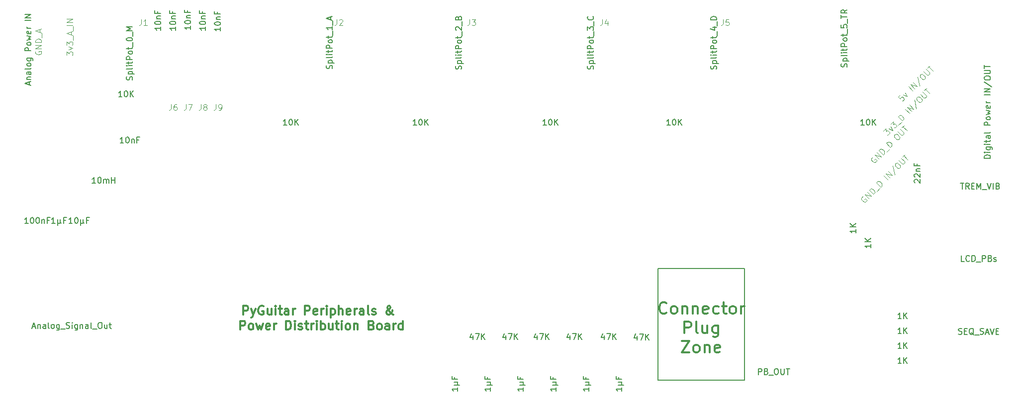
<source format=gbr>
G04 #@! TF.FileFunction,Other,Fab,Top*
%FSLAX46Y46*%
G04 Gerber Fmt 4.6, Leading zero omitted, Abs format (unit mm)*
G04 Created by KiCad (PCBNEW no-vcs-found-undefined) date Wed Nov  9 18:10:00 2016*
%MOMM*%
%LPD*%
G01*
G04 APERTURE LIST*
%ADD10C,0.050000*%
%ADD11C,0.120000*%
%ADD12C,0.300000*%
%ADD13C,0.200000*%
%ADD14C,0.150000*%
G04 APERTURE END LIST*
D10*
D11*
X103552666Y-89876380D02*
X103552666Y-90590666D01*
X103505047Y-90733523D01*
X103409809Y-90828761D01*
X103266952Y-90876380D01*
X103171714Y-90876380D01*
X104076476Y-90876380D02*
X104266952Y-90876380D01*
X104362190Y-90828761D01*
X104409809Y-90781142D01*
X104505047Y-90638285D01*
X104552666Y-90447809D01*
X104552666Y-90066857D01*
X104505047Y-89971619D01*
X104457428Y-89924000D01*
X104362190Y-89876380D01*
X104171714Y-89876380D01*
X104076476Y-89924000D01*
X104028857Y-89971619D01*
X103981238Y-90066857D01*
X103981238Y-90304952D01*
X104028857Y-90400190D01*
X104076476Y-90447809D01*
X104171714Y-90495428D01*
X104362190Y-90495428D01*
X104457428Y-90447809D01*
X104505047Y-90400190D01*
X104552666Y-90304952D01*
X101012666Y-89876380D02*
X101012666Y-90590666D01*
X100965047Y-90733523D01*
X100869809Y-90828761D01*
X100726952Y-90876380D01*
X100631714Y-90876380D01*
X101631714Y-90304952D02*
X101536476Y-90257333D01*
X101488857Y-90209714D01*
X101441238Y-90114476D01*
X101441238Y-90066857D01*
X101488857Y-89971619D01*
X101536476Y-89924000D01*
X101631714Y-89876380D01*
X101822190Y-89876380D01*
X101917428Y-89924000D01*
X101965047Y-89971619D01*
X102012666Y-90066857D01*
X102012666Y-90114476D01*
X101965047Y-90209714D01*
X101917428Y-90257333D01*
X101822190Y-90304952D01*
X101631714Y-90304952D01*
X101536476Y-90352571D01*
X101488857Y-90400190D01*
X101441238Y-90495428D01*
X101441238Y-90685904D01*
X101488857Y-90781142D01*
X101536476Y-90828761D01*
X101631714Y-90876380D01*
X101822190Y-90876380D01*
X101917428Y-90828761D01*
X101965047Y-90781142D01*
X102012666Y-90685904D01*
X102012666Y-90495428D01*
X101965047Y-90400190D01*
X101917428Y-90352571D01*
X101822190Y-90304952D01*
X98472666Y-89876380D02*
X98472666Y-90590666D01*
X98425047Y-90733523D01*
X98329809Y-90828761D01*
X98186952Y-90876380D01*
X98091714Y-90876380D01*
X98853619Y-89876380D02*
X99520285Y-89876380D01*
X99091714Y-90876380D01*
X95932666Y-89876380D02*
X95932666Y-90590666D01*
X95885047Y-90733523D01*
X95789809Y-90828761D01*
X95646952Y-90876380D01*
X95551714Y-90876380D01*
X96837428Y-89876380D02*
X96646952Y-89876380D01*
X96551714Y-89924000D01*
X96504095Y-89971619D01*
X96408857Y-90114476D01*
X96361238Y-90304952D01*
X96361238Y-90685904D01*
X96408857Y-90781142D01*
X96456476Y-90828761D01*
X96551714Y-90876380D01*
X96742190Y-90876380D01*
X96837428Y-90828761D01*
X96885047Y-90781142D01*
X96932666Y-90685904D01*
X96932666Y-90447809D01*
X96885047Y-90352571D01*
X96837428Y-90304952D01*
X96742190Y-90257333D01*
X96551714Y-90257333D01*
X96456476Y-90304952D01*
X96408857Y-90352571D01*
X96361238Y-90447809D01*
D12*
X108217571Y-125768571D02*
X108217571Y-124268571D01*
X108789000Y-124268571D01*
X108931857Y-124340000D01*
X109003285Y-124411428D01*
X109074714Y-124554285D01*
X109074714Y-124768571D01*
X109003285Y-124911428D01*
X108931857Y-124982857D01*
X108789000Y-125054285D01*
X108217571Y-125054285D01*
X109574714Y-124768571D02*
X109931857Y-125768571D01*
X110289000Y-124768571D02*
X109931857Y-125768571D01*
X109789000Y-126125714D01*
X109717571Y-126197142D01*
X109574714Y-126268571D01*
X111646142Y-124340000D02*
X111503285Y-124268571D01*
X111289000Y-124268571D01*
X111074714Y-124340000D01*
X110931857Y-124482857D01*
X110860428Y-124625714D01*
X110789000Y-124911428D01*
X110789000Y-125125714D01*
X110860428Y-125411428D01*
X110931857Y-125554285D01*
X111074714Y-125697142D01*
X111289000Y-125768571D01*
X111431857Y-125768571D01*
X111646142Y-125697142D01*
X111717571Y-125625714D01*
X111717571Y-125125714D01*
X111431857Y-125125714D01*
X113003285Y-124768571D02*
X113003285Y-125768571D01*
X112360428Y-124768571D02*
X112360428Y-125554285D01*
X112431857Y-125697142D01*
X112574714Y-125768571D01*
X112789000Y-125768571D01*
X112931857Y-125697142D01*
X113003285Y-125625714D01*
X113717571Y-125768571D02*
X113717571Y-124768571D01*
X113717571Y-124268571D02*
X113646142Y-124340000D01*
X113717571Y-124411428D01*
X113789000Y-124340000D01*
X113717571Y-124268571D01*
X113717571Y-124411428D01*
X114217571Y-124768571D02*
X114789000Y-124768571D01*
X114431857Y-124268571D02*
X114431857Y-125554285D01*
X114503285Y-125697142D01*
X114646142Y-125768571D01*
X114789000Y-125768571D01*
X115931857Y-125768571D02*
X115931857Y-124982857D01*
X115860428Y-124840000D01*
X115717571Y-124768571D01*
X115431857Y-124768571D01*
X115289000Y-124840000D01*
X115931857Y-125697142D02*
X115789000Y-125768571D01*
X115431857Y-125768571D01*
X115289000Y-125697142D01*
X115217571Y-125554285D01*
X115217571Y-125411428D01*
X115289000Y-125268571D01*
X115431857Y-125197142D01*
X115789000Y-125197142D01*
X115931857Y-125125714D01*
X116646142Y-125768571D02*
X116646142Y-124768571D01*
X116646142Y-125054285D02*
X116717571Y-124911428D01*
X116789000Y-124840000D01*
X116931857Y-124768571D01*
X117074714Y-124768571D01*
X118717571Y-125768571D02*
X118717571Y-124268571D01*
X119289000Y-124268571D01*
X119431857Y-124340000D01*
X119503285Y-124411428D01*
X119574714Y-124554285D01*
X119574714Y-124768571D01*
X119503285Y-124911428D01*
X119431857Y-124982857D01*
X119289000Y-125054285D01*
X118717571Y-125054285D01*
X120789000Y-125697142D02*
X120646142Y-125768571D01*
X120360428Y-125768571D01*
X120217571Y-125697142D01*
X120146142Y-125554285D01*
X120146142Y-124982857D01*
X120217571Y-124840000D01*
X120360428Y-124768571D01*
X120646142Y-124768571D01*
X120789000Y-124840000D01*
X120860428Y-124982857D01*
X120860428Y-125125714D01*
X120146142Y-125268571D01*
X121503285Y-125768571D02*
X121503285Y-124768571D01*
X121503285Y-125054285D02*
X121574714Y-124911428D01*
X121646142Y-124840000D01*
X121789000Y-124768571D01*
X121931857Y-124768571D01*
X122431857Y-125768571D02*
X122431857Y-124768571D01*
X122431857Y-124268571D02*
X122360428Y-124340000D01*
X122431857Y-124411428D01*
X122503285Y-124340000D01*
X122431857Y-124268571D01*
X122431857Y-124411428D01*
X123146142Y-124768571D02*
X123146142Y-126268571D01*
X123146142Y-124840000D02*
X123289000Y-124768571D01*
X123574714Y-124768571D01*
X123717571Y-124840000D01*
X123789000Y-124911428D01*
X123860428Y-125054285D01*
X123860428Y-125482857D01*
X123789000Y-125625714D01*
X123717571Y-125697142D01*
X123574714Y-125768571D01*
X123289000Y-125768571D01*
X123146142Y-125697142D01*
X124503285Y-125768571D02*
X124503285Y-124268571D01*
X125146142Y-125768571D02*
X125146142Y-124982857D01*
X125074714Y-124840000D01*
X124931857Y-124768571D01*
X124717571Y-124768571D01*
X124574714Y-124840000D01*
X124503285Y-124911428D01*
X126431857Y-125697142D02*
X126289000Y-125768571D01*
X126003285Y-125768571D01*
X125860428Y-125697142D01*
X125789000Y-125554285D01*
X125789000Y-124982857D01*
X125860428Y-124840000D01*
X126003285Y-124768571D01*
X126289000Y-124768571D01*
X126431857Y-124840000D01*
X126503285Y-124982857D01*
X126503285Y-125125714D01*
X125789000Y-125268571D01*
X127146142Y-125768571D02*
X127146142Y-124768571D01*
X127146142Y-125054285D02*
X127217571Y-124911428D01*
X127289000Y-124840000D01*
X127431857Y-124768571D01*
X127574714Y-124768571D01*
X128717571Y-125768571D02*
X128717571Y-124982857D01*
X128646142Y-124840000D01*
X128503285Y-124768571D01*
X128217571Y-124768571D01*
X128074714Y-124840000D01*
X128717571Y-125697142D02*
X128574714Y-125768571D01*
X128217571Y-125768571D01*
X128074714Y-125697142D01*
X128003285Y-125554285D01*
X128003285Y-125411428D01*
X128074714Y-125268571D01*
X128217571Y-125197142D01*
X128574714Y-125197142D01*
X128717571Y-125125714D01*
X129646142Y-125768571D02*
X129503285Y-125697142D01*
X129431857Y-125554285D01*
X129431857Y-124268571D01*
X130146142Y-125697142D02*
X130289000Y-125768571D01*
X130574714Y-125768571D01*
X130717571Y-125697142D01*
X130789000Y-125554285D01*
X130789000Y-125482857D01*
X130717571Y-125340000D01*
X130574714Y-125268571D01*
X130360428Y-125268571D01*
X130217571Y-125197142D01*
X130146142Y-125054285D01*
X130146142Y-124982857D01*
X130217571Y-124840000D01*
X130360428Y-124768571D01*
X130574714Y-124768571D01*
X130717571Y-124840000D01*
X133789000Y-125768571D02*
X133717571Y-125768571D01*
X133574714Y-125697142D01*
X133360428Y-125482857D01*
X133003285Y-125054285D01*
X132860428Y-124840000D01*
X132789000Y-124625714D01*
X132789000Y-124482857D01*
X132860428Y-124340000D01*
X133003285Y-124268571D01*
X133074714Y-124268571D01*
X133217571Y-124340000D01*
X133289000Y-124482857D01*
X133289000Y-124554285D01*
X133217571Y-124697142D01*
X133146142Y-124768571D01*
X132717571Y-125054285D01*
X132646142Y-125125714D01*
X132574714Y-125268571D01*
X132574714Y-125482857D01*
X132646142Y-125625714D01*
X132717571Y-125697142D01*
X132860428Y-125768571D01*
X133074714Y-125768571D01*
X133217571Y-125697142D01*
X133289000Y-125625714D01*
X133503285Y-125340000D01*
X133574714Y-125125714D01*
X133574714Y-124982857D01*
X107717571Y-128318571D02*
X107717571Y-126818571D01*
X108289000Y-126818571D01*
X108431857Y-126890000D01*
X108503285Y-126961428D01*
X108574714Y-127104285D01*
X108574714Y-127318571D01*
X108503285Y-127461428D01*
X108431857Y-127532857D01*
X108289000Y-127604285D01*
X107717571Y-127604285D01*
X109431857Y-128318571D02*
X109289000Y-128247142D01*
X109217571Y-128175714D01*
X109146142Y-128032857D01*
X109146142Y-127604285D01*
X109217571Y-127461428D01*
X109289000Y-127390000D01*
X109431857Y-127318571D01*
X109646142Y-127318571D01*
X109789000Y-127390000D01*
X109860428Y-127461428D01*
X109931857Y-127604285D01*
X109931857Y-128032857D01*
X109860428Y-128175714D01*
X109789000Y-128247142D01*
X109646142Y-128318571D01*
X109431857Y-128318571D01*
X110431857Y-127318571D02*
X110717571Y-128318571D01*
X111003285Y-127604285D01*
X111289000Y-128318571D01*
X111574714Y-127318571D01*
X112717571Y-128247142D02*
X112574714Y-128318571D01*
X112289000Y-128318571D01*
X112146142Y-128247142D01*
X112074714Y-128104285D01*
X112074714Y-127532857D01*
X112146142Y-127390000D01*
X112289000Y-127318571D01*
X112574714Y-127318571D01*
X112717571Y-127390000D01*
X112789000Y-127532857D01*
X112789000Y-127675714D01*
X112074714Y-127818571D01*
X113431857Y-128318571D02*
X113431857Y-127318571D01*
X113431857Y-127604285D02*
X113503285Y-127461428D01*
X113574714Y-127390000D01*
X113717571Y-127318571D01*
X113860428Y-127318571D01*
X115503285Y-128318571D02*
X115503285Y-126818571D01*
X115860428Y-126818571D01*
X116074714Y-126890000D01*
X116217571Y-127032857D01*
X116289000Y-127175714D01*
X116360428Y-127461428D01*
X116360428Y-127675714D01*
X116289000Y-127961428D01*
X116217571Y-128104285D01*
X116074714Y-128247142D01*
X115860428Y-128318571D01*
X115503285Y-128318571D01*
X117003285Y-128318571D02*
X117003285Y-127318571D01*
X117003285Y-126818571D02*
X116931857Y-126890000D01*
X117003285Y-126961428D01*
X117074714Y-126890000D01*
X117003285Y-126818571D01*
X117003285Y-126961428D01*
X117646142Y-128247142D02*
X117789000Y-128318571D01*
X118074714Y-128318571D01*
X118217571Y-128247142D01*
X118289000Y-128104285D01*
X118289000Y-128032857D01*
X118217571Y-127890000D01*
X118074714Y-127818571D01*
X117860428Y-127818571D01*
X117717571Y-127747142D01*
X117646142Y-127604285D01*
X117646142Y-127532857D01*
X117717571Y-127390000D01*
X117860428Y-127318571D01*
X118074714Y-127318571D01*
X118217571Y-127390000D01*
X118717571Y-127318571D02*
X119289000Y-127318571D01*
X118931857Y-126818571D02*
X118931857Y-128104285D01*
X119003285Y-128247142D01*
X119146142Y-128318571D01*
X119289000Y-128318571D01*
X119789000Y-128318571D02*
X119789000Y-127318571D01*
X119789000Y-127604285D02*
X119860428Y-127461428D01*
X119931857Y-127390000D01*
X120074714Y-127318571D01*
X120217571Y-127318571D01*
X120717571Y-128318571D02*
X120717571Y-127318571D01*
X120717571Y-126818571D02*
X120646142Y-126890000D01*
X120717571Y-126961428D01*
X120789000Y-126890000D01*
X120717571Y-126818571D01*
X120717571Y-126961428D01*
X121431857Y-128318571D02*
X121431857Y-126818571D01*
X121431857Y-127390000D02*
X121574714Y-127318571D01*
X121860428Y-127318571D01*
X122003285Y-127390000D01*
X122074714Y-127461428D01*
X122146142Y-127604285D01*
X122146142Y-128032857D01*
X122074714Y-128175714D01*
X122003285Y-128247142D01*
X121860428Y-128318571D01*
X121574714Y-128318571D01*
X121431857Y-128247142D01*
X123431857Y-127318571D02*
X123431857Y-128318571D01*
X122789000Y-127318571D02*
X122789000Y-128104285D01*
X122860428Y-128247142D01*
X123003285Y-128318571D01*
X123217571Y-128318571D01*
X123360428Y-128247142D01*
X123431857Y-128175714D01*
X123931857Y-127318571D02*
X124503285Y-127318571D01*
X124146142Y-126818571D02*
X124146142Y-128104285D01*
X124217571Y-128247142D01*
X124360428Y-128318571D01*
X124503285Y-128318571D01*
X125003285Y-128318571D02*
X125003285Y-127318571D01*
X125003285Y-126818571D02*
X124931857Y-126890000D01*
X125003285Y-126961428D01*
X125074714Y-126890000D01*
X125003285Y-126818571D01*
X125003285Y-126961428D01*
X125931857Y-128318571D02*
X125789000Y-128247142D01*
X125717571Y-128175714D01*
X125646142Y-128032857D01*
X125646142Y-127604285D01*
X125717571Y-127461428D01*
X125789000Y-127390000D01*
X125931857Y-127318571D01*
X126146142Y-127318571D01*
X126289000Y-127390000D01*
X126360428Y-127461428D01*
X126431857Y-127604285D01*
X126431857Y-128032857D01*
X126360428Y-128175714D01*
X126289000Y-128247142D01*
X126146142Y-128318571D01*
X125931857Y-128318571D01*
X127074714Y-127318571D02*
X127074714Y-128318571D01*
X127074714Y-127461428D02*
X127146142Y-127390000D01*
X127289000Y-127318571D01*
X127503285Y-127318571D01*
X127646142Y-127390000D01*
X127717571Y-127532857D01*
X127717571Y-128318571D01*
X130074714Y-127532857D02*
X130289000Y-127604285D01*
X130360428Y-127675714D01*
X130431857Y-127818571D01*
X130431857Y-128032857D01*
X130360428Y-128175714D01*
X130289000Y-128247142D01*
X130146142Y-128318571D01*
X129574714Y-128318571D01*
X129574714Y-126818571D01*
X130074714Y-126818571D01*
X130217571Y-126890000D01*
X130289000Y-126961428D01*
X130360428Y-127104285D01*
X130360428Y-127247142D01*
X130289000Y-127390000D01*
X130217571Y-127461428D01*
X130074714Y-127532857D01*
X129574714Y-127532857D01*
X131289000Y-128318571D02*
X131146142Y-128247142D01*
X131074714Y-128175714D01*
X131003285Y-128032857D01*
X131003285Y-127604285D01*
X131074714Y-127461428D01*
X131146142Y-127390000D01*
X131289000Y-127318571D01*
X131503285Y-127318571D01*
X131646142Y-127390000D01*
X131717571Y-127461428D01*
X131789000Y-127604285D01*
X131789000Y-128032857D01*
X131717571Y-128175714D01*
X131646142Y-128247142D01*
X131503285Y-128318571D01*
X131289000Y-128318571D01*
X133074714Y-128318571D02*
X133074714Y-127532857D01*
X133003285Y-127390000D01*
X132860428Y-127318571D01*
X132574714Y-127318571D01*
X132431857Y-127390000D01*
X133074714Y-128247142D02*
X132931857Y-128318571D01*
X132574714Y-128318571D01*
X132431857Y-128247142D01*
X132360428Y-128104285D01*
X132360428Y-127961428D01*
X132431857Y-127818571D01*
X132574714Y-127747142D01*
X132931857Y-127747142D01*
X133074714Y-127675714D01*
X133789000Y-128318571D02*
X133789000Y-127318571D01*
X133789000Y-127604285D02*
X133860428Y-127461428D01*
X133931857Y-127390000D01*
X134074714Y-127318571D01*
X134217571Y-127318571D01*
X135360428Y-128318571D02*
X135360428Y-126818571D01*
X135360428Y-128247142D02*
X135217571Y-128318571D01*
X134931857Y-128318571D01*
X134789000Y-128247142D01*
X134717571Y-128175714D01*
X134646142Y-128032857D01*
X134646142Y-127604285D01*
X134717571Y-127461428D01*
X134789000Y-127390000D01*
X134931857Y-127318571D01*
X135217571Y-127318571D01*
X135360428Y-127390000D01*
D11*
X146732666Y-75398380D02*
X146732666Y-76112666D01*
X146685047Y-76255523D01*
X146589809Y-76350761D01*
X146446952Y-76398380D01*
X146351714Y-76398380D01*
X147113619Y-75398380D02*
X147732666Y-75398380D01*
X147399333Y-75779333D01*
X147542190Y-75779333D01*
X147637428Y-75826952D01*
X147685047Y-75874571D01*
X147732666Y-75969809D01*
X147732666Y-76207904D01*
X147685047Y-76303142D01*
X147637428Y-76350761D01*
X147542190Y-76398380D01*
X147256476Y-76398380D01*
X147161238Y-76350761D01*
X147113619Y-76303142D01*
X124126666Y-75398380D02*
X124126666Y-76112666D01*
X124079047Y-76255523D01*
X123983809Y-76350761D01*
X123840952Y-76398380D01*
X123745714Y-76398380D01*
X124555238Y-75493619D02*
X124602857Y-75446000D01*
X124698095Y-75398380D01*
X124936190Y-75398380D01*
X125031428Y-75446000D01*
X125079047Y-75493619D01*
X125126666Y-75588857D01*
X125126666Y-75684095D01*
X125079047Y-75826952D01*
X124507619Y-76398380D01*
X125126666Y-76398380D01*
X90852666Y-75398380D02*
X90852666Y-76112666D01*
X90805047Y-76255523D01*
X90709809Y-76350761D01*
X90566952Y-76398380D01*
X90471714Y-76398380D01*
X91852666Y-76398380D02*
X91281238Y-76398380D01*
X91566952Y-76398380D02*
X91566952Y-75398380D01*
X91471714Y-75541238D01*
X91376476Y-75636476D01*
X91281238Y-75684095D01*
X78192380Y-81501857D02*
X78192380Y-80882809D01*
X78573333Y-81216142D01*
X78573333Y-81073285D01*
X78620952Y-80978047D01*
X78668571Y-80930428D01*
X78763809Y-80882809D01*
X79001904Y-80882809D01*
X79097142Y-80930428D01*
X79144761Y-80978047D01*
X79192380Y-81073285D01*
X79192380Y-81359000D01*
X79144761Y-81454238D01*
X79097142Y-81501857D01*
X78525714Y-80549476D02*
X79192380Y-80311380D01*
X78525714Y-80073285D01*
X78192380Y-79787571D02*
X78192380Y-79168523D01*
X78573333Y-79501857D01*
X78573333Y-79359000D01*
X78620952Y-79263761D01*
X78668571Y-79216142D01*
X78763809Y-79168523D01*
X79001904Y-79168523D01*
X79097142Y-79216142D01*
X79144761Y-79263761D01*
X79192380Y-79359000D01*
X79192380Y-79644714D01*
X79144761Y-79739952D01*
X79097142Y-79787571D01*
X79287619Y-78978047D02*
X79287619Y-78216142D01*
X78906666Y-78025666D02*
X78906666Y-77549476D01*
X79192380Y-78120904D02*
X78192380Y-77787571D01*
X79192380Y-77454238D01*
X79287619Y-77359000D02*
X79287619Y-76597095D01*
X79192380Y-76359000D02*
X78192380Y-76359000D01*
X79192380Y-75882809D02*
X78192380Y-75882809D01*
X79192380Y-75311380D01*
X78192380Y-75311380D01*
X72906000Y-80819428D02*
X72858380Y-80914666D01*
X72858380Y-81057523D01*
X72906000Y-81200380D01*
X73001238Y-81295619D01*
X73096476Y-81343238D01*
X73286952Y-81390857D01*
X73429809Y-81390857D01*
X73620285Y-81343238D01*
X73715523Y-81295619D01*
X73810761Y-81200380D01*
X73858380Y-81057523D01*
X73858380Y-80962285D01*
X73810761Y-80819428D01*
X73763142Y-80771809D01*
X73429809Y-80771809D01*
X73429809Y-80962285D01*
X73858380Y-80343238D02*
X72858380Y-80343238D01*
X73858380Y-79771809D01*
X72858380Y-79771809D01*
X73858380Y-79295619D02*
X72858380Y-79295619D01*
X72858380Y-79057523D01*
X72906000Y-78914666D01*
X73001238Y-78819428D01*
X73096476Y-78771809D01*
X73286952Y-78724190D01*
X73429809Y-78724190D01*
X73620285Y-78771809D01*
X73715523Y-78819428D01*
X73810761Y-78914666D01*
X73858380Y-79057523D01*
X73858380Y-79295619D01*
X73953619Y-78533714D02*
X73953619Y-77771809D01*
X73572666Y-77581333D02*
X73572666Y-77105142D01*
X73858380Y-77676571D02*
X72858380Y-77343238D01*
X73858380Y-77009904D01*
X189912666Y-75398380D02*
X189912666Y-76112666D01*
X189865047Y-76255523D01*
X189769809Y-76350761D01*
X189626952Y-76398380D01*
X189531714Y-76398380D01*
X190865047Y-75398380D02*
X190388857Y-75398380D01*
X190341238Y-75874571D01*
X190388857Y-75826952D01*
X190484095Y-75779333D01*
X190722190Y-75779333D01*
X190817428Y-75826952D01*
X190865047Y-75874571D01*
X190912666Y-75969809D01*
X190912666Y-76207904D01*
X190865047Y-76303142D01*
X190817428Y-76350761D01*
X190722190Y-76398380D01*
X190484095Y-76398380D01*
X190388857Y-76350761D01*
X190341238Y-76303142D01*
X169338666Y-75398380D02*
X169338666Y-76112666D01*
X169291047Y-76255523D01*
X169195809Y-76350761D01*
X169052952Y-76398380D01*
X168957714Y-76398380D01*
X170243428Y-75731714D02*
X170243428Y-76398380D01*
X170005333Y-75350761D02*
X169767238Y-76065047D01*
X170386285Y-76065047D01*
D12*
X180277238Y-125430285D02*
X180182000Y-125525523D01*
X179896285Y-125620761D01*
X179705809Y-125620761D01*
X179420095Y-125525523D01*
X179229619Y-125335047D01*
X179134380Y-125144571D01*
X179039142Y-124763619D01*
X179039142Y-124477904D01*
X179134380Y-124096952D01*
X179229619Y-123906476D01*
X179420095Y-123716000D01*
X179705809Y-123620761D01*
X179896285Y-123620761D01*
X180182000Y-123716000D01*
X180277238Y-123811238D01*
X181420095Y-125620761D02*
X181229619Y-125525523D01*
X181134380Y-125430285D01*
X181039142Y-125239809D01*
X181039142Y-124668380D01*
X181134380Y-124477904D01*
X181229619Y-124382666D01*
X181420095Y-124287428D01*
X181705809Y-124287428D01*
X181896285Y-124382666D01*
X181991523Y-124477904D01*
X182086761Y-124668380D01*
X182086761Y-125239809D01*
X181991523Y-125430285D01*
X181896285Y-125525523D01*
X181705809Y-125620761D01*
X181420095Y-125620761D01*
X182943904Y-124287428D02*
X182943904Y-125620761D01*
X182943904Y-124477904D02*
X183039142Y-124382666D01*
X183229619Y-124287428D01*
X183515333Y-124287428D01*
X183705809Y-124382666D01*
X183801047Y-124573142D01*
X183801047Y-125620761D01*
X184753428Y-124287428D02*
X184753428Y-125620761D01*
X184753428Y-124477904D02*
X184848666Y-124382666D01*
X185039142Y-124287428D01*
X185324857Y-124287428D01*
X185515333Y-124382666D01*
X185610571Y-124573142D01*
X185610571Y-125620761D01*
X187324857Y-125525523D02*
X187134380Y-125620761D01*
X186753428Y-125620761D01*
X186562952Y-125525523D01*
X186467714Y-125335047D01*
X186467714Y-124573142D01*
X186562952Y-124382666D01*
X186753428Y-124287428D01*
X187134380Y-124287428D01*
X187324857Y-124382666D01*
X187420095Y-124573142D01*
X187420095Y-124763619D01*
X186467714Y-124954095D01*
X189134380Y-125525523D02*
X188943904Y-125620761D01*
X188562952Y-125620761D01*
X188372476Y-125525523D01*
X188277238Y-125430285D01*
X188182000Y-125239809D01*
X188182000Y-124668380D01*
X188277238Y-124477904D01*
X188372476Y-124382666D01*
X188562952Y-124287428D01*
X188943904Y-124287428D01*
X189134380Y-124382666D01*
X189705809Y-124287428D02*
X190467714Y-124287428D01*
X189991523Y-123620761D02*
X189991523Y-125335047D01*
X190086761Y-125525523D01*
X190277238Y-125620761D01*
X190467714Y-125620761D01*
X191420095Y-125620761D02*
X191229619Y-125525523D01*
X191134380Y-125430285D01*
X191039142Y-125239809D01*
X191039142Y-124668380D01*
X191134380Y-124477904D01*
X191229619Y-124382666D01*
X191420095Y-124287428D01*
X191705809Y-124287428D01*
X191896285Y-124382666D01*
X191991523Y-124477904D01*
X192086761Y-124668380D01*
X192086761Y-125239809D01*
X191991523Y-125430285D01*
X191896285Y-125525523D01*
X191705809Y-125620761D01*
X191420095Y-125620761D01*
X192943904Y-125620761D02*
X192943904Y-124287428D01*
X192943904Y-124668380D02*
X193039142Y-124477904D01*
X193134380Y-124382666D01*
X193324857Y-124287428D01*
X193515333Y-124287428D01*
X183324857Y-128920761D02*
X183324857Y-126920761D01*
X184086761Y-126920761D01*
X184277238Y-127016000D01*
X184372476Y-127111238D01*
X184467714Y-127301714D01*
X184467714Y-127587428D01*
X184372476Y-127777904D01*
X184277238Y-127873142D01*
X184086761Y-127968380D01*
X183324857Y-127968380D01*
X185610571Y-128920761D02*
X185420095Y-128825523D01*
X185324857Y-128635047D01*
X185324857Y-126920761D01*
X187229619Y-127587428D02*
X187229619Y-128920761D01*
X186372476Y-127587428D02*
X186372476Y-128635047D01*
X186467714Y-128825523D01*
X186658190Y-128920761D01*
X186943904Y-128920761D01*
X187134380Y-128825523D01*
X187229619Y-128730285D01*
X189039142Y-127587428D02*
X189039142Y-129206476D01*
X188943904Y-129396952D01*
X188848666Y-129492190D01*
X188658190Y-129587428D01*
X188372476Y-129587428D01*
X188182000Y-129492190D01*
X189039142Y-128825523D02*
X188848666Y-128920761D01*
X188467714Y-128920761D01*
X188277238Y-128825523D01*
X188182000Y-128730285D01*
X188086761Y-128539809D01*
X188086761Y-127968380D01*
X188182000Y-127777904D01*
X188277238Y-127682666D01*
X188467714Y-127587428D01*
X188848666Y-127587428D01*
X189039142Y-127682666D01*
X182848666Y-130220761D02*
X184182000Y-130220761D01*
X182848666Y-132220761D01*
X184182000Y-132220761D01*
X185229619Y-132220761D02*
X185039142Y-132125523D01*
X184943904Y-132030285D01*
X184848666Y-131839809D01*
X184848666Y-131268380D01*
X184943904Y-131077904D01*
X185039142Y-130982666D01*
X185229619Y-130887428D01*
X185515333Y-130887428D01*
X185705809Y-130982666D01*
X185801047Y-131077904D01*
X185896285Y-131268380D01*
X185896285Y-131839809D01*
X185801047Y-132030285D01*
X185705809Y-132125523D01*
X185515333Y-132220761D01*
X185229619Y-132220761D01*
X186753428Y-130887428D02*
X186753428Y-132220761D01*
X186753428Y-131077904D02*
X186848666Y-130982666D01*
X187039142Y-130887428D01*
X187324857Y-130887428D01*
X187515333Y-130982666D01*
X187610571Y-131173142D01*
X187610571Y-132220761D01*
X189324857Y-132125523D02*
X189134380Y-132220761D01*
X188753428Y-132220761D01*
X188562952Y-132125523D01*
X188467714Y-131935047D01*
X188467714Y-131173142D01*
X188562952Y-130982666D01*
X188753428Y-130887428D01*
X189134380Y-130887428D01*
X189324857Y-130982666D01*
X189420095Y-131173142D01*
X189420095Y-131363619D01*
X188467714Y-131554095D01*
D13*
X193548000Y-136906000D02*
X193548000Y-117856000D01*
X178816000Y-136906000D02*
X193548000Y-136906000D01*
X178816000Y-117856000D02*
X178816000Y-136906000D01*
X193548000Y-117856000D02*
X178816000Y-117856000D01*
D11*
X213720107Y-105612785D02*
X213619092Y-105646457D01*
X213518076Y-105747472D01*
X213450733Y-105882159D01*
X213450733Y-106016846D01*
X213484405Y-106117862D01*
X213585420Y-106286220D01*
X213686435Y-106387236D01*
X213854794Y-106488251D01*
X213955809Y-106521923D01*
X214090496Y-106521923D01*
X214225183Y-106454579D01*
X214292527Y-106387236D01*
X214359870Y-106252549D01*
X214359870Y-106185205D01*
X214124168Y-105949503D01*
X213989481Y-106084190D01*
X214730259Y-105949503D02*
X214023153Y-105242396D01*
X215134320Y-105545442D01*
X214427214Y-104838335D01*
X215471038Y-105208724D02*
X214763931Y-104501618D01*
X214932290Y-104333259D01*
X215066977Y-104265915D01*
X215201664Y-104265915D01*
X215302679Y-104299587D01*
X215471038Y-104400602D01*
X215572053Y-104501618D01*
X215673068Y-104669976D01*
X215706740Y-104770992D01*
X215706740Y-104905679D01*
X215639397Y-105040366D01*
X215471038Y-105208724D01*
X216077129Y-104737320D02*
X216615877Y-104198572D01*
X216716893Y-103962870D02*
X216009786Y-103255763D01*
X216178145Y-103087404D01*
X216312832Y-103020061D01*
X216447519Y-103020061D01*
X216548534Y-103053732D01*
X216716893Y-103154748D01*
X216817908Y-103255763D01*
X216918923Y-103424122D01*
X216952595Y-103525137D01*
X216952595Y-103659824D01*
X216885251Y-103794511D01*
X216716893Y-103962870D01*
X217962748Y-102717015D02*
X217255641Y-102009908D01*
X218299465Y-102380297D02*
X217592358Y-101673190D01*
X218703526Y-101976236D01*
X217996419Y-101269129D01*
X218804541Y-100393664D02*
X219107587Y-101908893D01*
X219208602Y-100056946D02*
X219343289Y-99922259D01*
X219444305Y-99888588D01*
X219578992Y-99888588D01*
X219747350Y-99989603D01*
X219983053Y-100225305D01*
X220084068Y-100393664D01*
X220084068Y-100528351D01*
X220050396Y-100629366D01*
X219915709Y-100764053D01*
X219814694Y-100797725D01*
X219680007Y-100797725D01*
X219511648Y-100696710D01*
X219275946Y-100461007D01*
X219174931Y-100292649D01*
X219174931Y-100157962D01*
X219208602Y-100056946D01*
X219814694Y-99450855D02*
X220387114Y-100023275D01*
X220488129Y-100056946D01*
X220555472Y-100056946D01*
X220656488Y-100023275D01*
X220791175Y-99888588D01*
X220824846Y-99787572D01*
X220824846Y-99720229D01*
X220791175Y-99619214D01*
X220218755Y-99046794D01*
X220454457Y-98811092D02*
X220858518Y-98407031D01*
X221363594Y-99316168D02*
X220656488Y-98609061D01*
X215391244Y-98861648D02*
X215290229Y-98895320D01*
X215189214Y-98996335D01*
X215121870Y-99131022D01*
X215121870Y-99265709D01*
X215155542Y-99366724D01*
X215256557Y-99535083D01*
X215357572Y-99636098D01*
X215525931Y-99737114D01*
X215626946Y-99770785D01*
X215761633Y-99770785D01*
X215896320Y-99703442D01*
X215963664Y-99636098D01*
X216031007Y-99501411D01*
X216031007Y-99434068D01*
X215795305Y-99198366D01*
X215660618Y-99333053D01*
X216401397Y-99198366D02*
X215694290Y-98491259D01*
X216805458Y-98794305D01*
X216098351Y-98087198D01*
X217142175Y-98457587D02*
X216435068Y-97750480D01*
X216603427Y-97582122D01*
X216738114Y-97514778D01*
X216872801Y-97514778D01*
X216973816Y-97548450D01*
X217142175Y-97649465D01*
X217243190Y-97750480D01*
X217344206Y-97918839D01*
X217377877Y-98019854D01*
X217377877Y-98154541D01*
X217310534Y-98289228D01*
X217142175Y-98457587D01*
X217748267Y-97986183D02*
X218287015Y-97447435D01*
X218388030Y-97211732D02*
X217680923Y-96504625D01*
X217849282Y-96336267D01*
X217983969Y-96268923D01*
X218118656Y-96268923D01*
X218219671Y-96302595D01*
X218388030Y-96403610D01*
X218489045Y-96504625D01*
X218590061Y-96672984D01*
X218623732Y-96773999D01*
X218623732Y-96908687D01*
X218556389Y-97043374D01*
X218388030Y-97211732D01*
X219061465Y-95124084D02*
X219196152Y-94989397D01*
X219297167Y-94955725D01*
X219431854Y-94955725D01*
X219600213Y-95056740D01*
X219835915Y-95292442D01*
X219936931Y-95460801D01*
X219936931Y-95595488D01*
X219903259Y-95696503D01*
X219768572Y-95831190D01*
X219667557Y-95864862D01*
X219532870Y-95864862D01*
X219364511Y-95763847D01*
X219128809Y-95528145D01*
X219027793Y-95359786D01*
X219027793Y-95225099D01*
X219061465Y-95124084D01*
X219667557Y-94517992D02*
X220239976Y-95090412D01*
X220340992Y-95124084D01*
X220408335Y-95124084D01*
X220509350Y-95090412D01*
X220644037Y-94955725D01*
X220677709Y-94854710D01*
X220677709Y-94787366D01*
X220644037Y-94686351D01*
X220071618Y-94113931D01*
X220307320Y-93878229D02*
X220711381Y-93474168D01*
X221216457Y-94383305D02*
X220509350Y-93676198D01*
X217193389Y-94452159D02*
X217631122Y-94014427D01*
X217664794Y-94519503D01*
X217765809Y-94418488D01*
X217866824Y-94384816D01*
X217934168Y-94384816D01*
X218035183Y-94418488D01*
X218203542Y-94586846D01*
X218237214Y-94687862D01*
X218237214Y-94755205D01*
X218203542Y-94856220D01*
X218001511Y-95058251D01*
X217900496Y-95091923D01*
X217833153Y-95091923D01*
X218102527Y-94014427D02*
X218742290Y-94317472D01*
X218439244Y-93677709D01*
X218405572Y-93239976D02*
X218843305Y-92802244D01*
X218876977Y-93307320D01*
X218977992Y-93206305D01*
X219079007Y-93172633D01*
X219146351Y-93172633D01*
X219247366Y-93206305D01*
X219415725Y-93374663D01*
X219449397Y-93475679D01*
X219449397Y-93543022D01*
X219415725Y-93644037D01*
X219213694Y-93846068D01*
X219112679Y-93879740D01*
X219045336Y-93879740D01*
X219752442Y-93442007D02*
X220291190Y-92903259D01*
X220392206Y-92667557D02*
X219685099Y-91960450D01*
X219853458Y-91792091D01*
X219988145Y-91724748D01*
X220122832Y-91724748D01*
X220223847Y-91758419D01*
X220392206Y-91859435D01*
X220493221Y-91960450D01*
X220594236Y-92128809D01*
X220627908Y-92229824D01*
X220627908Y-92364511D01*
X220560564Y-92499198D01*
X220392206Y-92667557D01*
X221638061Y-91421702D02*
X220930954Y-90714595D01*
X221974778Y-91084984D02*
X221267671Y-90377877D01*
X222378839Y-90680923D01*
X221671732Y-89973816D01*
X222479854Y-89098351D02*
X222782900Y-90613580D01*
X222883915Y-88761633D02*
X223018602Y-88626946D01*
X223119618Y-88593275D01*
X223254305Y-88593275D01*
X223422663Y-88694290D01*
X223658366Y-88929992D01*
X223759381Y-89098351D01*
X223759381Y-89233038D01*
X223725709Y-89334053D01*
X223591022Y-89468740D01*
X223490007Y-89502412D01*
X223355320Y-89502412D01*
X223186961Y-89401397D01*
X222951259Y-89165694D01*
X222850244Y-88997336D01*
X222850244Y-88862649D01*
X222883915Y-88761633D01*
X223490007Y-88155542D02*
X224062427Y-88727962D01*
X224163442Y-88761633D01*
X224230785Y-88761633D01*
X224331801Y-88727962D01*
X224466488Y-88593275D01*
X224500159Y-88492259D01*
X224500159Y-88424916D01*
X224466488Y-88323901D01*
X223894068Y-87751481D01*
X224129770Y-87515779D02*
X224533831Y-87111718D01*
X225038907Y-88020855D02*
X224331801Y-87313748D01*
X220081095Y-88262453D02*
X219744378Y-88599171D01*
X220047424Y-88969560D01*
X220047424Y-88902217D01*
X220081095Y-88801201D01*
X220249454Y-88632843D01*
X220350469Y-88599171D01*
X220417813Y-88599171D01*
X220518828Y-88632843D01*
X220687187Y-88801201D01*
X220720859Y-88902217D01*
X220720859Y-88969560D01*
X220687187Y-89070575D01*
X220518828Y-89238934D01*
X220417813Y-89272606D01*
X220350469Y-89272606D01*
X220586172Y-88228782D02*
X221225935Y-88531827D01*
X220922889Y-87892064D01*
X222202416Y-87555347D02*
X221495309Y-86848240D01*
X222539133Y-87218629D02*
X221832026Y-86511522D01*
X222943194Y-86814568D01*
X222236087Y-86107461D01*
X223044209Y-85231996D02*
X223347255Y-86747225D01*
X223448270Y-84895278D02*
X223582957Y-84760591D01*
X223683973Y-84726920D01*
X223818660Y-84726920D01*
X223987018Y-84827935D01*
X224222721Y-85063637D01*
X224323736Y-85231996D01*
X224323736Y-85366683D01*
X224290064Y-85467698D01*
X224155377Y-85602385D01*
X224054362Y-85636057D01*
X223919675Y-85636057D01*
X223751316Y-85535042D01*
X223515614Y-85299339D01*
X223414599Y-85130981D01*
X223414599Y-84996294D01*
X223448270Y-84895278D01*
X224054362Y-84289187D02*
X224626782Y-84861607D01*
X224727797Y-84895278D01*
X224795140Y-84895278D01*
X224896156Y-84861607D01*
X225030843Y-84726920D01*
X225064514Y-84625904D01*
X225064514Y-84558561D01*
X225030843Y-84457546D01*
X224458423Y-83885126D01*
X224694125Y-83649424D02*
X225098186Y-83245362D01*
X225603263Y-84154500D02*
X224896156Y-83447393D01*
D14*
X115641523Y-93416380D02*
X115070095Y-93416380D01*
X115355809Y-93416380D02*
X115355809Y-92416380D01*
X115260571Y-92559238D01*
X115165333Y-92654476D01*
X115070095Y-92702095D01*
X116260571Y-92416380D02*
X116355809Y-92416380D01*
X116451047Y-92464000D01*
X116498666Y-92511619D01*
X116546285Y-92606857D01*
X116593904Y-92797333D01*
X116593904Y-93035428D01*
X116546285Y-93225904D01*
X116498666Y-93321142D01*
X116451047Y-93368761D01*
X116355809Y-93416380D01*
X116260571Y-93416380D01*
X116165333Y-93368761D01*
X116117714Y-93321142D01*
X116070095Y-93225904D01*
X116022476Y-93035428D01*
X116022476Y-92797333D01*
X116070095Y-92606857D01*
X116117714Y-92511619D01*
X116165333Y-92464000D01*
X116260571Y-92416380D01*
X117022476Y-93416380D02*
X117022476Y-92416380D01*
X117593904Y-93416380D02*
X117165333Y-92844952D01*
X117593904Y-92416380D02*
X117022476Y-92987809D01*
X230322857Y-103338380D02*
X230894285Y-103338380D01*
X230608571Y-104338380D02*
X230608571Y-103338380D01*
X231799047Y-104338380D02*
X231465714Y-103862190D01*
X231227619Y-104338380D02*
X231227619Y-103338380D01*
X231608571Y-103338380D01*
X231703809Y-103386000D01*
X231751428Y-103433619D01*
X231799047Y-103528857D01*
X231799047Y-103671714D01*
X231751428Y-103766952D01*
X231703809Y-103814571D01*
X231608571Y-103862190D01*
X231227619Y-103862190D01*
X232227619Y-103814571D02*
X232560952Y-103814571D01*
X232703809Y-104338380D02*
X232227619Y-104338380D01*
X232227619Y-103338380D01*
X232703809Y-103338380D01*
X233132380Y-104338380D02*
X233132380Y-103338380D01*
X233465714Y-104052666D01*
X233799047Y-103338380D01*
X233799047Y-104338380D01*
X234037142Y-104433619D02*
X234799047Y-104433619D01*
X234894285Y-103338380D02*
X235227619Y-104338380D01*
X235560952Y-103338380D01*
X235894285Y-104338380D02*
X235894285Y-103338380D01*
X236703809Y-103814571D02*
X236846666Y-103862190D01*
X236894285Y-103909809D01*
X236941904Y-104005047D01*
X236941904Y-104147904D01*
X236894285Y-104243142D01*
X236846666Y-104290761D01*
X236751428Y-104338380D01*
X236370476Y-104338380D01*
X236370476Y-103338380D01*
X236703809Y-103338380D01*
X236799047Y-103386000D01*
X236846666Y-103433619D01*
X236894285Y-103528857D01*
X236894285Y-103624095D01*
X236846666Y-103719333D01*
X236799047Y-103766952D01*
X236703809Y-103814571D01*
X236370476Y-103814571D01*
X235402380Y-99066952D02*
X234402380Y-99066952D01*
X234402380Y-98828857D01*
X234450000Y-98686000D01*
X234545238Y-98590761D01*
X234640476Y-98543142D01*
X234830952Y-98495523D01*
X234973809Y-98495523D01*
X235164285Y-98543142D01*
X235259523Y-98590761D01*
X235354761Y-98686000D01*
X235402380Y-98828857D01*
X235402380Y-99066952D01*
X235402380Y-98066952D02*
X234735714Y-98066952D01*
X234402380Y-98066952D02*
X234450000Y-98114571D01*
X234497619Y-98066952D01*
X234450000Y-98019333D01*
X234402380Y-98066952D01*
X234497619Y-98066952D01*
X234735714Y-97162190D02*
X235545238Y-97162190D01*
X235640476Y-97209809D01*
X235688095Y-97257428D01*
X235735714Y-97352666D01*
X235735714Y-97495523D01*
X235688095Y-97590761D01*
X235354761Y-97162190D02*
X235402380Y-97257428D01*
X235402380Y-97447904D01*
X235354761Y-97543142D01*
X235307142Y-97590761D01*
X235211904Y-97638380D01*
X234926190Y-97638380D01*
X234830952Y-97590761D01*
X234783333Y-97543142D01*
X234735714Y-97447904D01*
X234735714Y-97257428D01*
X234783333Y-97162190D01*
X235402380Y-96686000D02*
X234735714Y-96686000D01*
X234402380Y-96686000D02*
X234450000Y-96733619D01*
X234497619Y-96686000D01*
X234450000Y-96638380D01*
X234402380Y-96686000D01*
X234497619Y-96686000D01*
X234735714Y-96352666D02*
X234735714Y-95971714D01*
X234402380Y-96209809D02*
X235259523Y-96209809D01*
X235354761Y-96162190D01*
X235402380Y-96066952D01*
X235402380Y-95971714D01*
X235402380Y-95209809D02*
X234878571Y-95209809D01*
X234783333Y-95257428D01*
X234735714Y-95352666D01*
X234735714Y-95543142D01*
X234783333Y-95638380D01*
X235354761Y-95209809D02*
X235402380Y-95305047D01*
X235402380Y-95543142D01*
X235354761Y-95638380D01*
X235259523Y-95686000D01*
X235164285Y-95686000D01*
X235069047Y-95638380D01*
X235021428Y-95543142D01*
X235021428Y-95305047D01*
X234973809Y-95209809D01*
X235402380Y-94590761D02*
X235354761Y-94686000D01*
X235259523Y-94733619D01*
X234402380Y-94733619D01*
X235402380Y-93447904D02*
X234402380Y-93447904D01*
X234402380Y-93066952D01*
X234450000Y-92971714D01*
X234497619Y-92924095D01*
X234592857Y-92876476D01*
X234735714Y-92876476D01*
X234830952Y-92924095D01*
X234878571Y-92971714D01*
X234926190Y-93066952D01*
X234926190Y-93447904D01*
X235402380Y-92305047D02*
X235354761Y-92400285D01*
X235307142Y-92447904D01*
X235211904Y-92495523D01*
X234926190Y-92495523D01*
X234830952Y-92447904D01*
X234783333Y-92400285D01*
X234735714Y-92305047D01*
X234735714Y-92162190D01*
X234783333Y-92066952D01*
X234830952Y-92019333D01*
X234926190Y-91971714D01*
X235211904Y-91971714D01*
X235307142Y-92019333D01*
X235354761Y-92066952D01*
X235402380Y-92162190D01*
X235402380Y-92305047D01*
X234735714Y-91638380D02*
X235402380Y-91447904D01*
X234926190Y-91257428D01*
X235402380Y-91066952D01*
X234735714Y-90876476D01*
X235354761Y-90114571D02*
X235402380Y-90209809D01*
X235402380Y-90400285D01*
X235354761Y-90495523D01*
X235259523Y-90543142D01*
X234878571Y-90543142D01*
X234783333Y-90495523D01*
X234735714Y-90400285D01*
X234735714Y-90209809D01*
X234783333Y-90114571D01*
X234878571Y-90066952D01*
X234973809Y-90066952D01*
X235069047Y-90543142D01*
X235402380Y-89638380D02*
X234735714Y-89638380D01*
X234926190Y-89638380D02*
X234830952Y-89590761D01*
X234783333Y-89543142D01*
X234735714Y-89447904D01*
X234735714Y-89352666D01*
X235402380Y-88257428D02*
X234402380Y-88257428D01*
X235402380Y-87781238D02*
X234402380Y-87781238D01*
X235402380Y-87209809D01*
X234402380Y-87209809D01*
X234354761Y-86019333D02*
X235640476Y-86876476D01*
X234402380Y-85495523D02*
X234402380Y-85305047D01*
X234450000Y-85209809D01*
X234545238Y-85114571D01*
X234735714Y-85066952D01*
X235069047Y-85066952D01*
X235259523Y-85114571D01*
X235354761Y-85209809D01*
X235402380Y-85305047D01*
X235402380Y-85495523D01*
X235354761Y-85590761D01*
X235259523Y-85686000D01*
X235069047Y-85733619D01*
X234735714Y-85733619D01*
X234545238Y-85686000D01*
X234450000Y-85590761D01*
X234402380Y-85495523D01*
X234402380Y-84638380D02*
X235211904Y-84638380D01*
X235307142Y-84590761D01*
X235354761Y-84543142D01*
X235402380Y-84447904D01*
X235402380Y-84257428D01*
X235354761Y-84162190D01*
X235307142Y-84114571D01*
X235211904Y-84066952D01*
X234402380Y-84066952D01*
X234402380Y-83733619D02*
X234402380Y-83162190D01*
X235402380Y-83447904D02*
X234402380Y-83447904D01*
X195929571Y-135961380D02*
X195929571Y-134961380D01*
X196310523Y-134961380D01*
X196405761Y-135009000D01*
X196453380Y-135056619D01*
X196501000Y-135151857D01*
X196501000Y-135294714D01*
X196453380Y-135389952D01*
X196405761Y-135437571D01*
X196310523Y-135485190D01*
X195929571Y-135485190D01*
X197262904Y-135437571D02*
X197405761Y-135485190D01*
X197453380Y-135532809D01*
X197501000Y-135628047D01*
X197501000Y-135770904D01*
X197453380Y-135866142D01*
X197405761Y-135913761D01*
X197310523Y-135961380D01*
X196929571Y-135961380D01*
X196929571Y-134961380D01*
X197262904Y-134961380D01*
X197358142Y-135009000D01*
X197405761Y-135056619D01*
X197453380Y-135151857D01*
X197453380Y-135247095D01*
X197405761Y-135342333D01*
X197358142Y-135389952D01*
X197262904Y-135437571D01*
X196929571Y-135437571D01*
X197691476Y-136056619D02*
X198453380Y-136056619D01*
X198881952Y-134961380D02*
X199072428Y-134961380D01*
X199167666Y-135009000D01*
X199262904Y-135104238D01*
X199310523Y-135294714D01*
X199310523Y-135628047D01*
X199262904Y-135818523D01*
X199167666Y-135913761D01*
X199072428Y-135961380D01*
X198881952Y-135961380D01*
X198786714Y-135913761D01*
X198691476Y-135818523D01*
X198643857Y-135628047D01*
X198643857Y-135294714D01*
X198691476Y-135104238D01*
X198786714Y-135009000D01*
X198881952Y-134961380D01*
X199739095Y-134961380D02*
X199739095Y-135770904D01*
X199786714Y-135866142D01*
X199834333Y-135913761D01*
X199929571Y-135961380D01*
X200120047Y-135961380D01*
X200215285Y-135913761D01*
X200262904Y-135866142D01*
X200310523Y-135770904D01*
X200310523Y-134961380D01*
X200643857Y-134961380D02*
X201215285Y-134961380D01*
X200929571Y-135961380D02*
X200929571Y-134961380D01*
X72327333Y-127801666D02*
X72803523Y-127801666D01*
X72232095Y-128087380D02*
X72565428Y-127087380D01*
X72898761Y-128087380D01*
X73232095Y-127420714D02*
X73232095Y-128087380D01*
X73232095Y-127515952D02*
X73279714Y-127468333D01*
X73374952Y-127420714D01*
X73517809Y-127420714D01*
X73613047Y-127468333D01*
X73660666Y-127563571D01*
X73660666Y-128087380D01*
X74565428Y-128087380D02*
X74565428Y-127563571D01*
X74517809Y-127468333D01*
X74422571Y-127420714D01*
X74232095Y-127420714D01*
X74136857Y-127468333D01*
X74565428Y-128039761D02*
X74470190Y-128087380D01*
X74232095Y-128087380D01*
X74136857Y-128039761D01*
X74089238Y-127944523D01*
X74089238Y-127849285D01*
X74136857Y-127754047D01*
X74232095Y-127706428D01*
X74470190Y-127706428D01*
X74565428Y-127658809D01*
X75184476Y-128087380D02*
X75089238Y-128039761D01*
X75041619Y-127944523D01*
X75041619Y-127087380D01*
X75708285Y-128087380D02*
X75613047Y-128039761D01*
X75565428Y-127992142D01*
X75517809Y-127896904D01*
X75517809Y-127611190D01*
X75565428Y-127515952D01*
X75613047Y-127468333D01*
X75708285Y-127420714D01*
X75851142Y-127420714D01*
X75946380Y-127468333D01*
X75994000Y-127515952D01*
X76041619Y-127611190D01*
X76041619Y-127896904D01*
X75994000Y-127992142D01*
X75946380Y-128039761D01*
X75851142Y-128087380D01*
X75708285Y-128087380D01*
X76898761Y-127420714D02*
X76898761Y-128230238D01*
X76851142Y-128325476D01*
X76803523Y-128373095D01*
X76708285Y-128420714D01*
X76565428Y-128420714D01*
X76470190Y-128373095D01*
X76898761Y-128039761D02*
X76803523Y-128087380D01*
X76613047Y-128087380D01*
X76517809Y-128039761D01*
X76470190Y-127992142D01*
X76422571Y-127896904D01*
X76422571Y-127611190D01*
X76470190Y-127515952D01*
X76517809Y-127468333D01*
X76613047Y-127420714D01*
X76803523Y-127420714D01*
X76898761Y-127468333D01*
X77136857Y-128182619D02*
X77898761Y-128182619D01*
X78089238Y-128039761D02*
X78232095Y-128087380D01*
X78470190Y-128087380D01*
X78565428Y-128039761D01*
X78613047Y-127992142D01*
X78660666Y-127896904D01*
X78660666Y-127801666D01*
X78613047Y-127706428D01*
X78565428Y-127658809D01*
X78470190Y-127611190D01*
X78279714Y-127563571D01*
X78184476Y-127515952D01*
X78136857Y-127468333D01*
X78089238Y-127373095D01*
X78089238Y-127277857D01*
X78136857Y-127182619D01*
X78184476Y-127135000D01*
X78279714Y-127087380D01*
X78517809Y-127087380D01*
X78660666Y-127135000D01*
X79089238Y-128087380D02*
X79089238Y-127420714D01*
X79089238Y-127087380D02*
X79041619Y-127135000D01*
X79089238Y-127182619D01*
X79136857Y-127135000D01*
X79089238Y-127087380D01*
X79089238Y-127182619D01*
X79994000Y-127420714D02*
X79994000Y-128230238D01*
X79946380Y-128325476D01*
X79898761Y-128373095D01*
X79803523Y-128420714D01*
X79660666Y-128420714D01*
X79565428Y-128373095D01*
X79994000Y-128039761D02*
X79898761Y-128087380D01*
X79708285Y-128087380D01*
X79613047Y-128039761D01*
X79565428Y-127992142D01*
X79517809Y-127896904D01*
X79517809Y-127611190D01*
X79565428Y-127515952D01*
X79613047Y-127468333D01*
X79708285Y-127420714D01*
X79898761Y-127420714D01*
X79994000Y-127468333D01*
X80470190Y-127420714D02*
X80470190Y-128087380D01*
X80470190Y-127515952D02*
X80517809Y-127468333D01*
X80613047Y-127420714D01*
X80755904Y-127420714D01*
X80851142Y-127468333D01*
X80898761Y-127563571D01*
X80898761Y-128087380D01*
X81803523Y-128087380D02*
X81803523Y-127563571D01*
X81755904Y-127468333D01*
X81660666Y-127420714D01*
X81470190Y-127420714D01*
X81374952Y-127468333D01*
X81803523Y-128039761D02*
X81708285Y-128087380D01*
X81470190Y-128087380D01*
X81374952Y-128039761D01*
X81327333Y-127944523D01*
X81327333Y-127849285D01*
X81374952Y-127754047D01*
X81470190Y-127706428D01*
X81708285Y-127706428D01*
X81803523Y-127658809D01*
X82422571Y-128087380D02*
X82327333Y-128039761D01*
X82279714Y-127944523D01*
X82279714Y-127087380D01*
X82565428Y-128182619D02*
X83327333Y-128182619D01*
X83755904Y-127087380D02*
X83946380Y-127087380D01*
X84041619Y-127135000D01*
X84136857Y-127230238D01*
X84184476Y-127420714D01*
X84184476Y-127754047D01*
X84136857Y-127944523D01*
X84041619Y-128039761D01*
X83946380Y-128087380D01*
X83755904Y-128087380D01*
X83660666Y-128039761D01*
X83565428Y-127944523D01*
X83517809Y-127754047D01*
X83517809Y-127420714D01*
X83565428Y-127230238D01*
X83660666Y-127135000D01*
X83755904Y-127087380D01*
X85041619Y-127420714D02*
X85041619Y-128087380D01*
X84613047Y-127420714D02*
X84613047Y-127944523D01*
X84660666Y-128039761D01*
X84755904Y-128087380D01*
X84898761Y-128087380D01*
X84994000Y-128039761D01*
X85041619Y-127992142D01*
X85374952Y-127420714D02*
X85755904Y-127420714D01*
X85517809Y-127087380D02*
X85517809Y-127944523D01*
X85565428Y-128039761D01*
X85660666Y-128087380D01*
X85755904Y-128087380D01*
X89304761Y-85724428D02*
X89352380Y-85581571D01*
X89352380Y-85343476D01*
X89304761Y-85248238D01*
X89257142Y-85200619D01*
X89161904Y-85153000D01*
X89066666Y-85153000D01*
X88971428Y-85200619D01*
X88923809Y-85248238D01*
X88876190Y-85343476D01*
X88828571Y-85533952D01*
X88780952Y-85629190D01*
X88733333Y-85676809D01*
X88638095Y-85724428D01*
X88542857Y-85724428D01*
X88447619Y-85676809D01*
X88400000Y-85629190D01*
X88352380Y-85533952D01*
X88352380Y-85295857D01*
X88400000Y-85153000D01*
X88685714Y-84724428D02*
X89685714Y-84724428D01*
X88733333Y-84724428D02*
X88685714Y-84629190D01*
X88685714Y-84438714D01*
X88733333Y-84343476D01*
X88780952Y-84295857D01*
X88876190Y-84248238D01*
X89161904Y-84248238D01*
X89257142Y-84295857D01*
X89304761Y-84343476D01*
X89352380Y-84438714D01*
X89352380Y-84629190D01*
X89304761Y-84724428D01*
X89352380Y-83676809D02*
X89304761Y-83772047D01*
X89209523Y-83819666D01*
X88352380Y-83819666D01*
X89352380Y-83295857D02*
X88685714Y-83295857D01*
X88352380Y-83295857D02*
X88400000Y-83343476D01*
X88447619Y-83295857D01*
X88400000Y-83248238D01*
X88352380Y-83295857D01*
X88447619Y-83295857D01*
X88685714Y-82962523D02*
X88685714Y-82581571D01*
X88352380Y-82819666D02*
X89209523Y-82819666D01*
X89304761Y-82772047D01*
X89352380Y-82676809D01*
X89352380Y-82581571D01*
X89352380Y-82248238D02*
X88352380Y-82248238D01*
X88352380Y-81867285D01*
X88400000Y-81772047D01*
X88447619Y-81724428D01*
X88542857Y-81676809D01*
X88685714Y-81676809D01*
X88780952Y-81724428D01*
X88828571Y-81772047D01*
X88876190Y-81867285D01*
X88876190Y-82248238D01*
X89352380Y-81105380D02*
X89304761Y-81200619D01*
X89257142Y-81248238D01*
X89161904Y-81295857D01*
X88876190Y-81295857D01*
X88780952Y-81248238D01*
X88733333Y-81200619D01*
X88685714Y-81105380D01*
X88685714Y-80962523D01*
X88733333Y-80867285D01*
X88780952Y-80819666D01*
X88876190Y-80772047D01*
X89161904Y-80772047D01*
X89257142Y-80819666D01*
X89304761Y-80867285D01*
X89352380Y-80962523D01*
X89352380Y-81105380D01*
X88685714Y-80486333D02*
X88685714Y-80105380D01*
X88352380Y-80343476D02*
X89209523Y-80343476D01*
X89304761Y-80295857D01*
X89352380Y-80200619D01*
X89352380Y-80105380D01*
X89447619Y-80010142D02*
X89447619Y-79248238D01*
X88352380Y-78819666D02*
X88352380Y-78724428D01*
X88400000Y-78629190D01*
X88447619Y-78581571D01*
X88542857Y-78533952D01*
X88733333Y-78486333D01*
X88971428Y-78486333D01*
X89161904Y-78533952D01*
X89257142Y-78581571D01*
X89304761Y-78629190D01*
X89352380Y-78724428D01*
X89352380Y-78819666D01*
X89304761Y-78914904D01*
X89257142Y-78962523D01*
X89161904Y-79010142D01*
X88971428Y-79057761D01*
X88733333Y-79057761D01*
X88542857Y-79010142D01*
X88447619Y-78962523D01*
X88400000Y-78914904D01*
X88352380Y-78819666D01*
X89447619Y-78295857D02*
X89447619Y-77533952D01*
X89352380Y-77295857D02*
X88352380Y-77295857D01*
X89066666Y-76962523D01*
X88352380Y-76629190D01*
X89352380Y-76629190D01*
X145311761Y-83875000D02*
X145359380Y-83732142D01*
X145359380Y-83494047D01*
X145311761Y-83398809D01*
X145264142Y-83351190D01*
X145168904Y-83303571D01*
X145073666Y-83303571D01*
X144978428Y-83351190D01*
X144930809Y-83398809D01*
X144883190Y-83494047D01*
X144835571Y-83684523D01*
X144787952Y-83779761D01*
X144740333Y-83827380D01*
X144645095Y-83875000D01*
X144549857Y-83875000D01*
X144454619Y-83827380D01*
X144407000Y-83779761D01*
X144359380Y-83684523D01*
X144359380Y-83446428D01*
X144407000Y-83303571D01*
X144692714Y-82875000D02*
X145692714Y-82875000D01*
X144740333Y-82875000D02*
X144692714Y-82779761D01*
X144692714Y-82589285D01*
X144740333Y-82494047D01*
X144787952Y-82446428D01*
X144883190Y-82398809D01*
X145168904Y-82398809D01*
X145264142Y-82446428D01*
X145311761Y-82494047D01*
X145359380Y-82589285D01*
X145359380Y-82779761D01*
X145311761Y-82875000D01*
X145359380Y-81827380D02*
X145311761Y-81922619D01*
X145216523Y-81970238D01*
X144359380Y-81970238D01*
X145359380Y-81446428D02*
X144692714Y-81446428D01*
X144359380Y-81446428D02*
X144407000Y-81494047D01*
X144454619Y-81446428D01*
X144407000Y-81398809D01*
X144359380Y-81446428D01*
X144454619Y-81446428D01*
X144692714Y-81113095D02*
X144692714Y-80732142D01*
X144359380Y-80970238D02*
X145216523Y-80970238D01*
X145311761Y-80922619D01*
X145359380Y-80827380D01*
X145359380Y-80732142D01*
X145359380Y-80398809D02*
X144359380Y-80398809D01*
X144359380Y-80017857D01*
X144407000Y-79922619D01*
X144454619Y-79875000D01*
X144549857Y-79827380D01*
X144692714Y-79827380D01*
X144787952Y-79875000D01*
X144835571Y-79922619D01*
X144883190Y-80017857D01*
X144883190Y-80398809D01*
X145359380Y-79255952D02*
X145311761Y-79351190D01*
X145264142Y-79398809D01*
X145168904Y-79446428D01*
X144883190Y-79446428D01*
X144787952Y-79398809D01*
X144740333Y-79351190D01*
X144692714Y-79255952D01*
X144692714Y-79113095D01*
X144740333Y-79017857D01*
X144787952Y-78970238D01*
X144883190Y-78922619D01*
X145168904Y-78922619D01*
X145264142Y-78970238D01*
X145311761Y-79017857D01*
X145359380Y-79113095D01*
X145359380Y-79255952D01*
X144692714Y-78636904D02*
X144692714Y-78255952D01*
X144359380Y-78494047D02*
X145216523Y-78494047D01*
X145311761Y-78446428D01*
X145359380Y-78351190D01*
X145359380Y-78255952D01*
X145454619Y-78160714D02*
X145454619Y-77398809D01*
X144454619Y-77208333D02*
X144407000Y-77160714D01*
X144359380Y-77065476D01*
X144359380Y-76827380D01*
X144407000Y-76732142D01*
X144454619Y-76684523D01*
X144549857Y-76636904D01*
X144645095Y-76636904D01*
X144787952Y-76684523D01*
X145359380Y-77255952D01*
X145359380Y-76636904D01*
X145454619Y-76446428D02*
X145454619Y-75684523D01*
X144835571Y-75113095D02*
X144883190Y-74970238D01*
X144930809Y-74922619D01*
X145026047Y-74875000D01*
X145168904Y-74875000D01*
X145264142Y-74922619D01*
X145311761Y-74970238D01*
X145359380Y-75065476D01*
X145359380Y-75446428D01*
X144359380Y-75446428D01*
X144359380Y-75113095D01*
X144407000Y-75017857D01*
X144454619Y-74970238D01*
X144549857Y-74922619D01*
X144645095Y-74922619D01*
X144740333Y-74970238D01*
X144787952Y-75017857D01*
X144835571Y-75113095D01*
X144835571Y-75446428D01*
X188745761Y-83875000D02*
X188793380Y-83732142D01*
X188793380Y-83494047D01*
X188745761Y-83398809D01*
X188698142Y-83351190D01*
X188602904Y-83303571D01*
X188507666Y-83303571D01*
X188412428Y-83351190D01*
X188364809Y-83398809D01*
X188317190Y-83494047D01*
X188269571Y-83684523D01*
X188221952Y-83779761D01*
X188174333Y-83827380D01*
X188079095Y-83875000D01*
X187983857Y-83875000D01*
X187888619Y-83827380D01*
X187841000Y-83779761D01*
X187793380Y-83684523D01*
X187793380Y-83446428D01*
X187841000Y-83303571D01*
X188126714Y-82875000D02*
X189126714Y-82875000D01*
X188174333Y-82875000D02*
X188126714Y-82779761D01*
X188126714Y-82589285D01*
X188174333Y-82494047D01*
X188221952Y-82446428D01*
X188317190Y-82398809D01*
X188602904Y-82398809D01*
X188698142Y-82446428D01*
X188745761Y-82494047D01*
X188793380Y-82589285D01*
X188793380Y-82779761D01*
X188745761Y-82875000D01*
X188793380Y-81827380D02*
X188745761Y-81922619D01*
X188650523Y-81970238D01*
X187793380Y-81970238D01*
X188793380Y-81446428D02*
X188126714Y-81446428D01*
X187793380Y-81446428D02*
X187841000Y-81494047D01*
X187888619Y-81446428D01*
X187841000Y-81398809D01*
X187793380Y-81446428D01*
X187888619Y-81446428D01*
X188126714Y-81113095D02*
X188126714Y-80732142D01*
X187793380Y-80970238D02*
X188650523Y-80970238D01*
X188745761Y-80922619D01*
X188793380Y-80827380D01*
X188793380Y-80732142D01*
X188793380Y-80398809D02*
X187793380Y-80398809D01*
X187793380Y-80017857D01*
X187841000Y-79922619D01*
X187888619Y-79875000D01*
X187983857Y-79827380D01*
X188126714Y-79827380D01*
X188221952Y-79875000D01*
X188269571Y-79922619D01*
X188317190Y-80017857D01*
X188317190Y-80398809D01*
X188793380Y-79255952D02*
X188745761Y-79351190D01*
X188698142Y-79398809D01*
X188602904Y-79446428D01*
X188317190Y-79446428D01*
X188221952Y-79398809D01*
X188174333Y-79351190D01*
X188126714Y-79255952D01*
X188126714Y-79113095D01*
X188174333Y-79017857D01*
X188221952Y-78970238D01*
X188317190Y-78922619D01*
X188602904Y-78922619D01*
X188698142Y-78970238D01*
X188745761Y-79017857D01*
X188793380Y-79113095D01*
X188793380Y-79255952D01*
X188126714Y-78636904D02*
X188126714Y-78255952D01*
X187793380Y-78494047D02*
X188650523Y-78494047D01*
X188745761Y-78446428D01*
X188793380Y-78351190D01*
X188793380Y-78255952D01*
X188888619Y-78160714D02*
X188888619Y-77398809D01*
X188126714Y-76732142D02*
X188793380Y-76732142D01*
X187745761Y-76970238D02*
X188460047Y-77208333D01*
X188460047Y-76589285D01*
X188888619Y-76446428D02*
X188888619Y-75684523D01*
X188793380Y-75446428D02*
X187793380Y-75446428D01*
X187793380Y-75208333D01*
X187841000Y-75065476D01*
X187936238Y-74970238D01*
X188031476Y-74922619D01*
X188221952Y-74875000D01*
X188364809Y-74875000D01*
X188555285Y-74922619D01*
X188650523Y-74970238D01*
X188745761Y-75065476D01*
X188793380Y-75208333D01*
X188793380Y-75446428D01*
X229997428Y-129055761D02*
X230140285Y-129103380D01*
X230378380Y-129103380D01*
X230473619Y-129055761D01*
X230521238Y-129008142D01*
X230568857Y-128912904D01*
X230568857Y-128817666D01*
X230521238Y-128722428D01*
X230473619Y-128674809D01*
X230378380Y-128627190D01*
X230187904Y-128579571D01*
X230092666Y-128531952D01*
X230045047Y-128484333D01*
X229997428Y-128389095D01*
X229997428Y-128293857D01*
X230045047Y-128198619D01*
X230092666Y-128151000D01*
X230187904Y-128103380D01*
X230426000Y-128103380D01*
X230568857Y-128151000D01*
X230997428Y-128579571D02*
X231330761Y-128579571D01*
X231473619Y-129103380D02*
X230997428Y-129103380D01*
X230997428Y-128103380D01*
X231473619Y-128103380D01*
X232568857Y-129198619D02*
X232473619Y-129151000D01*
X232378380Y-129055761D01*
X232235523Y-128912904D01*
X232140285Y-128865285D01*
X232045047Y-128865285D01*
X232092666Y-129103380D02*
X231997428Y-129055761D01*
X231902190Y-128960523D01*
X231854571Y-128770047D01*
X231854571Y-128436714D01*
X231902190Y-128246238D01*
X231997428Y-128151000D01*
X232092666Y-128103380D01*
X232283142Y-128103380D01*
X232378380Y-128151000D01*
X232473619Y-128246238D01*
X232521238Y-128436714D01*
X232521238Y-128770047D01*
X232473619Y-128960523D01*
X232378380Y-129055761D01*
X232283142Y-129103380D01*
X232092666Y-129103380D01*
X232711714Y-129198619D02*
X233473619Y-129198619D01*
X233664095Y-129055761D02*
X233806952Y-129103380D01*
X234045047Y-129103380D01*
X234140285Y-129055761D01*
X234187904Y-129008142D01*
X234235523Y-128912904D01*
X234235523Y-128817666D01*
X234187904Y-128722428D01*
X234140285Y-128674809D01*
X234045047Y-128627190D01*
X233854571Y-128579571D01*
X233759333Y-128531952D01*
X233711714Y-128484333D01*
X233664095Y-128389095D01*
X233664095Y-128293857D01*
X233711714Y-128198619D01*
X233759333Y-128151000D01*
X233854571Y-128103380D01*
X234092666Y-128103380D01*
X234235523Y-128151000D01*
X234616476Y-128817666D02*
X235092666Y-128817666D01*
X234521238Y-129103380D02*
X234854571Y-128103380D01*
X235187904Y-129103380D01*
X235378380Y-128103380D02*
X235711714Y-129103380D01*
X236045047Y-128103380D01*
X236378380Y-128579571D02*
X236711714Y-128579571D01*
X236854571Y-129103380D02*
X236378380Y-129103380D01*
X236378380Y-128103380D01*
X236854571Y-128103380D01*
X123340761Y-83803571D02*
X123388380Y-83660714D01*
X123388380Y-83422619D01*
X123340761Y-83327380D01*
X123293142Y-83279761D01*
X123197904Y-83232142D01*
X123102666Y-83232142D01*
X123007428Y-83279761D01*
X122959809Y-83327380D01*
X122912190Y-83422619D01*
X122864571Y-83613095D01*
X122816952Y-83708333D01*
X122769333Y-83755952D01*
X122674095Y-83803571D01*
X122578857Y-83803571D01*
X122483619Y-83755952D01*
X122436000Y-83708333D01*
X122388380Y-83613095D01*
X122388380Y-83375000D01*
X122436000Y-83232142D01*
X122721714Y-82803571D02*
X123721714Y-82803571D01*
X122769333Y-82803571D02*
X122721714Y-82708333D01*
X122721714Y-82517857D01*
X122769333Y-82422619D01*
X122816952Y-82375000D01*
X122912190Y-82327380D01*
X123197904Y-82327380D01*
X123293142Y-82375000D01*
X123340761Y-82422619D01*
X123388380Y-82517857D01*
X123388380Y-82708333D01*
X123340761Y-82803571D01*
X123388380Y-81755952D02*
X123340761Y-81851190D01*
X123245523Y-81898809D01*
X122388380Y-81898809D01*
X123388380Y-81375000D02*
X122721714Y-81375000D01*
X122388380Y-81375000D02*
X122436000Y-81422619D01*
X122483619Y-81375000D01*
X122436000Y-81327380D01*
X122388380Y-81375000D01*
X122483619Y-81375000D01*
X122721714Y-81041666D02*
X122721714Y-80660714D01*
X122388380Y-80898809D02*
X123245523Y-80898809D01*
X123340761Y-80851190D01*
X123388380Y-80755952D01*
X123388380Y-80660714D01*
X123388380Y-80327380D02*
X122388380Y-80327380D01*
X122388380Y-79946428D01*
X122436000Y-79851190D01*
X122483619Y-79803571D01*
X122578857Y-79755952D01*
X122721714Y-79755952D01*
X122816952Y-79803571D01*
X122864571Y-79851190D01*
X122912190Y-79946428D01*
X122912190Y-80327380D01*
X123388380Y-79184523D02*
X123340761Y-79279761D01*
X123293142Y-79327380D01*
X123197904Y-79375000D01*
X122912190Y-79375000D01*
X122816952Y-79327380D01*
X122769333Y-79279761D01*
X122721714Y-79184523D01*
X122721714Y-79041666D01*
X122769333Y-78946428D01*
X122816952Y-78898809D01*
X122912190Y-78851190D01*
X123197904Y-78851190D01*
X123293142Y-78898809D01*
X123340761Y-78946428D01*
X123388380Y-79041666D01*
X123388380Y-79184523D01*
X122721714Y-78565476D02*
X122721714Y-78184523D01*
X122388380Y-78422619D02*
X123245523Y-78422619D01*
X123340761Y-78375000D01*
X123388380Y-78279761D01*
X123388380Y-78184523D01*
X123483619Y-78089285D02*
X123483619Y-77327380D01*
X123388380Y-76565476D02*
X123388380Y-77136904D01*
X123388380Y-76851190D02*
X122388380Y-76851190D01*
X122531238Y-76946428D01*
X122626476Y-77041666D01*
X122674095Y-77136904D01*
X123483619Y-76375000D02*
X123483619Y-75613095D01*
X123102666Y-75422619D02*
X123102666Y-74946428D01*
X123388380Y-75517857D02*
X122388380Y-75184523D01*
X123388380Y-74851190D01*
X167790761Y-83875000D02*
X167838380Y-83732142D01*
X167838380Y-83494047D01*
X167790761Y-83398809D01*
X167743142Y-83351190D01*
X167647904Y-83303571D01*
X167552666Y-83303571D01*
X167457428Y-83351190D01*
X167409809Y-83398809D01*
X167362190Y-83494047D01*
X167314571Y-83684523D01*
X167266952Y-83779761D01*
X167219333Y-83827380D01*
X167124095Y-83875000D01*
X167028857Y-83875000D01*
X166933619Y-83827380D01*
X166886000Y-83779761D01*
X166838380Y-83684523D01*
X166838380Y-83446428D01*
X166886000Y-83303571D01*
X167171714Y-82875000D02*
X168171714Y-82875000D01*
X167219333Y-82875000D02*
X167171714Y-82779761D01*
X167171714Y-82589285D01*
X167219333Y-82494047D01*
X167266952Y-82446428D01*
X167362190Y-82398809D01*
X167647904Y-82398809D01*
X167743142Y-82446428D01*
X167790761Y-82494047D01*
X167838380Y-82589285D01*
X167838380Y-82779761D01*
X167790761Y-82875000D01*
X167838380Y-81827380D02*
X167790761Y-81922619D01*
X167695523Y-81970238D01*
X166838380Y-81970238D01*
X167838380Y-81446428D02*
X167171714Y-81446428D01*
X166838380Y-81446428D02*
X166886000Y-81494047D01*
X166933619Y-81446428D01*
X166886000Y-81398809D01*
X166838380Y-81446428D01*
X166933619Y-81446428D01*
X167171714Y-81113095D02*
X167171714Y-80732142D01*
X166838380Y-80970238D02*
X167695523Y-80970238D01*
X167790761Y-80922619D01*
X167838380Y-80827380D01*
X167838380Y-80732142D01*
X167838380Y-80398809D02*
X166838380Y-80398809D01*
X166838380Y-80017857D01*
X166886000Y-79922619D01*
X166933619Y-79875000D01*
X167028857Y-79827380D01*
X167171714Y-79827380D01*
X167266952Y-79875000D01*
X167314571Y-79922619D01*
X167362190Y-80017857D01*
X167362190Y-80398809D01*
X167838380Y-79255952D02*
X167790761Y-79351190D01*
X167743142Y-79398809D01*
X167647904Y-79446428D01*
X167362190Y-79446428D01*
X167266952Y-79398809D01*
X167219333Y-79351190D01*
X167171714Y-79255952D01*
X167171714Y-79113095D01*
X167219333Y-79017857D01*
X167266952Y-78970238D01*
X167362190Y-78922619D01*
X167647904Y-78922619D01*
X167743142Y-78970238D01*
X167790761Y-79017857D01*
X167838380Y-79113095D01*
X167838380Y-79255952D01*
X167171714Y-78636904D02*
X167171714Y-78255952D01*
X166838380Y-78494047D02*
X167695523Y-78494047D01*
X167790761Y-78446428D01*
X167838380Y-78351190D01*
X167838380Y-78255952D01*
X167933619Y-78160714D02*
X167933619Y-77398809D01*
X166838380Y-77255952D02*
X166838380Y-76636904D01*
X167219333Y-76970238D01*
X167219333Y-76827380D01*
X167266952Y-76732142D01*
X167314571Y-76684523D01*
X167409809Y-76636904D01*
X167647904Y-76636904D01*
X167743142Y-76684523D01*
X167790761Y-76732142D01*
X167838380Y-76827380D01*
X167838380Y-77113095D01*
X167790761Y-77208333D01*
X167743142Y-77255952D01*
X167933619Y-76446428D02*
X167933619Y-75684523D01*
X167743142Y-74875000D02*
X167790761Y-74922619D01*
X167838380Y-75065476D01*
X167838380Y-75160714D01*
X167790761Y-75303571D01*
X167695523Y-75398809D01*
X167600285Y-75446428D01*
X167409809Y-75494047D01*
X167266952Y-75494047D01*
X167076476Y-75446428D01*
X166981238Y-75398809D01*
X166886000Y-75303571D01*
X166838380Y-75160714D01*
X166838380Y-75065476D01*
X166886000Y-74922619D01*
X166933619Y-74875000D01*
X230949809Y-116657380D02*
X230473619Y-116657380D01*
X230473619Y-115657380D01*
X231854571Y-116562142D02*
X231806952Y-116609761D01*
X231664095Y-116657380D01*
X231568857Y-116657380D01*
X231426000Y-116609761D01*
X231330761Y-116514523D01*
X231283142Y-116419285D01*
X231235523Y-116228809D01*
X231235523Y-116085952D01*
X231283142Y-115895476D01*
X231330761Y-115800238D01*
X231426000Y-115705000D01*
X231568857Y-115657380D01*
X231664095Y-115657380D01*
X231806952Y-115705000D01*
X231854571Y-115752619D01*
X232283142Y-116657380D02*
X232283142Y-115657380D01*
X232521238Y-115657380D01*
X232664095Y-115705000D01*
X232759333Y-115800238D01*
X232806952Y-115895476D01*
X232854571Y-116085952D01*
X232854571Y-116228809D01*
X232806952Y-116419285D01*
X232759333Y-116514523D01*
X232664095Y-116609761D01*
X232521238Y-116657380D01*
X232283142Y-116657380D01*
X233045047Y-116752619D02*
X233806952Y-116752619D01*
X234045047Y-116657380D02*
X234045047Y-115657380D01*
X234426000Y-115657380D01*
X234521238Y-115705000D01*
X234568857Y-115752619D01*
X234616476Y-115847857D01*
X234616476Y-115990714D01*
X234568857Y-116085952D01*
X234521238Y-116133571D01*
X234426000Y-116181190D01*
X234045047Y-116181190D01*
X235378380Y-116133571D02*
X235521238Y-116181190D01*
X235568857Y-116228809D01*
X235616476Y-116324047D01*
X235616476Y-116466904D01*
X235568857Y-116562142D01*
X235521238Y-116609761D01*
X235426000Y-116657380D01*
X235045047Y-116657380D01*
X235045047Y-115657380D01*
X235378380Y-115657380D01*
X235473619Y-115705000D01*
X235521238Y-115752619D01*
X235568857Y-115847857D01*
X235568857Y-115943095D01*
X235521238Y-116038333D01*
X235473619Y-116085952D01*
X235378380Y-116133571D01*
X235045047Y-116133571D01*
X235997428Y-116609761D02*
X236092666Y-116657380D01*
X236283142Y-116657380D01*
X236378380Y-116609761D01*
X236426000Y-116514523D01*
X236426000Y-116466904D01*
X236378380Y-116371666D01*
X236283142Y-116324047D01*
X236140285Y-116324047D01*
X236045047Y-116276428D01*
X235997428Y-116181190D01*
X235997428Y-116133571D01*
X236045047Y-116038333D01*
X236140285Y-115990714D01*
X236283142Y-115990714D01*
X236378380Y-116038333D01*
X210970761Y-83493952D02*
X211018380Y-83351095D01*
X211018380Y-83113000D01*
X210970761Y-83017761D01*
X210923142Y-82970142D01*
X210827904Y-82922523D01*
X210732666Y-82922523D01*
X210637428Y-82970142D01*
X210589809Y-83017761D01*
X210542190Y-83113000D01*
X210494571Y-83303476D01*
X210446952Y-83398714D01*
X210399333Y-83446333D01*
X210304095Y-83493952D01*
X210208857Y-83493952D01*
X210113619Y-83446333D01*
X210066000Y-83398714D01*
X210018380Y-83303476D01*
X210018380Y-83065380D01*
X210066000Y-82922523D01*
X210351714Y-82493952D02*
X211351714Y-82493952D01*
X210399333Y-82493952D02*
X210351714Y-82398714D01*
X210351714Y-82208238D01*
X210399333Y-82113000D01*
X210446952Y-82065380D01*
X210542190Y-82017761D01*
X210827904Y-82017761D01*
X210923142Y-82065380D01*
X210970761Y-82113000D01*
X211018380Y-82208238D01*
X211018380Y-82398714D01*
X210970761Y-82493952D01*
X211018380Y-81446333D02*
X210970761Y-81541571D01*
X210875523Y-81589190D01*
X210018380Y-81589190D01*
X211018380Y-81065380D02*
X210351714Y-81065380D01*
X210018380Y-81065380D02*
X210066000Y-81113000D01*
X210113619Y-81065380D01*
X210066000Y-81017761D01*
X210018380Y-81065380D01*
X210113619Y-81065380D01*
X210351714Y-80732047D02*
X210351714Y-80351095D01*
X210018380Y-80589190D02*
X210875523Y-80589190D01*
X210970761Y-80541571D01*
X211018380Y-80446333D01*
X211018380Y-80351095D01*
X211018380Y-80017761D02*
X210018380Y-80017761D01*
X210018380Y-79636809D01*
X210066000Y-79541571D01*
X210113619Y-79493952D01*
X210208857Y-79446333D01*
X210351714Y-79446333D01*
X210446952Y-79493952D01*
X210494571Y-79541571D01*
X210542190Y-79636809D01*
X210542190Y-80017761D01*
X211018380Y-78874904D02*
X210970761Y-78970142D01*
X210923142Y-79017761D01*
X210827904Y-79065380D01*
X210542190Y-79065380D01*
X210446952Y-79017761D01*
X210399333Y-78970142D01*
X210351714Y-78874904D01*
X210351714Y-78732047D01*
X210399333Y-78636809D01*
X210446952Y-78589190D01*
X210542190Y-78541571D01*
X210827904Y-78541571D01*
X210923142Y-78589190D01*
X210970761Y-78636809D01*
X211018380Y-78732047D01*
X211018380Y-78874904D01*
X210351714Y-78255857D02*
X210351714Y-77874904D01*
X210018380Y-78113000D02*
X210875523Y-78113000D01*
X210970761Y-78065380D01*
X211018380Y-77970142D01*
X211018380Y-77874904D01*
X211113619Y-77779666D02*
X211113619Y-77017761D01*
X210018380Y-76303476D02*
X210018380Y-76779666D01*
X210494571Y-76827285D01*
X210446952Y-76779666D01*
X210399333Y-76684428D01*
X210399333Y-76446333D01*
X210446952Y-76351095D01*
X210494571Y-76303476D01*
X210589809Y-76255857D01*
X210827904Y-76255857D01*
X210923142Y-76303476D01*
X210970761Y-76351095D01*
X211018380Y-76446333D01*
X211018380Y-76684428D01*
X210970761Y-76779666D01*
X210923142Y-76827285D01*
X211113619Y-76065380D02*
X211113619Y-75303476D01*
X210018380Y-75208238D02*
X210018380Y-74636809D01*
X211018380Y-74922523D02*
X210018380Y-74922523D01*
X211018380Y-73732047D02*
X210542190Y-74065380D01*
X211018380Y-74303476D02*
X210018380Y-74303476D01*
X210018380Y-73922523D01*
X210066000Y-73827285D01*
X210113619Y-73779666D01*
X210208857Y-73732047D01*
X210351714Y-73732047D01*
X210446952Y-73779666D01*
X210494571Y-73827285D01*
X210542190Y-73922523D01*
X210542190Y-74303476D01*
X71794666Y-86565619D02*
X71794666Y-86089428D01*
X72080380Y-86660857D02*
X71080380Y-86327523D01*
X72080380Y-85994190D01*
X71413714Y-85660857D02*
X72080380Y-85660857D01*
X71508952Y-85660857D02*
X71461333Y-85613238D01*
X71413714Y-85518000D01*
X71413714Y-85375142D01*
X71461333Y-85279904D01*
X71556571Y-85232285D01*
X72080380Y-85232285D01*
X72080380Y-84327523D02*
X71556571Y-84327523D01*
X71461333Y-84375142D01*
X71413714Y-84470380D01*
X71413714Y-84660857D01*
X71461333Y-84756095D01*
X72032761Y-84327523D02*
X72080380Y-84422761D01*
X72080380Y-84660857D01*
X72032761Y-84756095D01*
X71937523Y-84803714D01*
X71842285Y-84803714D01*
X71747047Y-84756095D01*
X71699428Y-84660857D01*
X71699428Y-84422761D01*
X71651809Y-84327523D01*
X72080380Y-83708476D02*
X72032761Y-83803714D01*
X71937523Y-83851333D01*
X71080380Y-83851333D01*
X72080380Y-83184666D02*
X72032761Y-83279904D01*
X71985142Y-83327523D01*
X71889904Y-83375142D01*
X71604190Y-83375142D01*
X71508952Y-83327523D01*
X71461333Y-83279904D01*
X71413714Y-83184666D01*
X71413714Y-83041809D01*
X71461333Y-82946571D01*
X71508952Y-82898952D01*
X71604190Y-82851333D01*
X71889904Y-82851333D01*
X71985142Y-82898952D01*
X72032761Y-82946571D01*
X72080380Y-83041809D01*
X72080380Y-83184666D01*
X71413714Y-81994190D02*
X72223238Y-81994190D01*
X72318476Y-82041809D01*
X72366095Y-82089428D01*
X72413714Y-82184666D01*
X72413714Y-82327523D01*
X72366095Y-82422761D01*
X72032761Y-81994190D02*
X72080380Y-82089428D01*
X72080380Y-82279904D01*
X72032761Y-82375142D01*
X71985142Y-82422761D01*
X71889904Y-82470380D01*
X71604190Y-82470380D01*
X71508952Y-82422761D01*
X71461333Y-82375142D01*
X71413714Y-82279904D01*
X71413714Y-82089428D01*
X71461333Y-81994190D01*
X72080380Y-80756095D02*
X71080380Y-80756095D01*
X71080380Y-80375142D01*
X71128000Y-80279904D01*
X71175619Y-80232285D01*
X71270857Y-80184666D01*
X71413714Y-80184666D01*
X71508952Y-80232285D01*
X71556571Y-80279904D01*
X71604190Y-80375142D01*
X71604190Y-80756095D01*
X72080380Y-79613238D02*
X72032761Y-79708476D01*
X71985142Y-79756095D01*
X71889904Y-79803714D01*
X71604190Y-79803714D01*
X71508952Y-79756095D01*
X71461333Y-79708476D01*
X71413714Y-79613238D01*
X71413714Y-79470380D01*
X71461333Y-79375142D01*
X71508952Y-79327523D01*
X71604190Y-79279904D01*
X71889904Y-79279904D01*
X71985142Y-79327523D01*
X72032761Y-79375142D01*
X72080380Y-79470380D01*
X72080380Y-79613238D01*
X71413714Y-78946571D02*
X72080380Y-78756095D01*
X71604190Y-78565619D01*
X72080380Y-78375142D01*
X71413714Y-78184666D01*
X72032761Y-77422761D02*
X72080380Y-77518000D01*
X72080380Y-77708476D01*
X72032761Y-77803714D01*
X71937523Y-77851333D01*
X71556571Y-77851333D01*
X71461333Y-77803714D01*
X71413714Y-77708476D01*
X71413714Y-77518000D01*
X71461333Y-77422761D01*
X71556571Y-77375142D01*
X71651809Y-77375142D01*
X71747047Y-77851333D01*
X72080380Y-76946571D02*
X71413714Y-76946571D01*
X71604190Y-76946571D02*
X71508952Y-76898952D01*
X71461333Y-76851333D01*
X71413714Y-76756095D01*
X71413714Y-76660857D01*
X72080380Y-75565619D02*
X71080380Y-75565619D01*
X72080380Y-75089428D02*
X71080380Y-75089428D01*
X72080380Y-74518000D01*
X71080380Y-74518000D01*
X180919523Y-93416380D02*
X180348095Y-93416380D01*
X180633809Y-93416380D02*
X180633809Y-92416380D01*
X180538571Y-92559238D01*
X180443333Y-92654476D01*
X180348095Y-92702095D01*
X181538571Y-92416380D02*
X181633809Y-92416380D01*
X181729047Y-92464000D01*
X181776666Y-92511619D01*
X181824285Y-92606857D01*
X181871904Y-92797333D01*
X181871904Y-93035428D01*
X181824285Y-93225904D01*
X181776666Y-93321142D01*
X181729047Y-93368761D01*
X181633809Y-93416380D01*
X181538571Y-93416380D01*
X181443333Y-93368761D01*
X181395714Y-93321142D01*
X181348095Y-93225904D01*
X181300476Y-93035428D01*
X181300476Y-92797333D01*
X181348095Y-92606857D01*
X181395714Y-92511619D01*
X181443333Y-92464000D01*
X181538571Y-92416380D01*
X182300476Y-93416380D02*
X182300476Y-92416380D01*
X182871904Y-93416380D02*
X182443333Y-92844952D01*
X182871904Y-92416380D02*
X182300476Y-92987809D01*
X163806285Y-129325714D02*
X163806285Y-129992380D01*
X163568190Y-128944761D02*
X163330095Y-129659047D01*
X163949142Y-129659047D01*
X164234857Y-128992380D02*
X164901523Y-128992380D01*
X164472952Y-129992380D01*
X165282476Y-129992380D02*
X165282476Y-128992380D01*
X165853904Y-129992380D02*
X165425333Y-129420952D01*
X165853904Y-128992380D02*
X165282476Y-129563809D01*
X137739523Y-93416380D02*
X137168095Y-93416380D01*
X137453809Y-93416380D02*
X137453809Y-92416380D01*
X137358571Y-92559238D01*
X137263333Y-92654476D01*
X137168095Y-92702095D01*
X138358571Y-92416380D02*
X138453809Y-92416380D01*
X138549047Y-92464000D01*
X138596666Y-92511619D01*
X138644285Y-92606857D01*
X138691904Y-92797333D01*
X138691904Y-93035428D01*
X138644285Y-93225904D01*
X138596666Y-93321142D01*
X138549047Y-93368761D01*
X138453809Y-93416380D01*
X138358571Y-93416380D01*
X138263333Y-93368761D01*
X138215714Y-93321142D01*
X138168095Y-93225904D01*
X138120476Y-93035428D01*
X138120476Y-92797333D01*
X138168095Y-92606857D01*
X138215714Y-92511619D01*
X138263333Y-92464000D01*
X138358571Y-92416380D01*
X139120476Y-93416380D02*
X139120476Y-92416380D01*
X139691904Y-93416380D02*
X139263333Y-92844952D01*
X139691904Y-92416380D02*
X139120476Y-92987809D01*
X87574523Y-88590380D02*
X87003095Y-88590380D01*
X87288809Y-88590380D02*
X87288809Y-87590380D01*
X87193571Y-87733238D01*
X87098333Y-87828476D01*
X87003095Y-87876095D01*
X88193571Y-87590380D02*
X88288809Y-87590380D01*
X88384047Y-87638000D01*
X88431666Y-87685619D01*
X88479285Y-87780857D01*
X88526904Y-87971333D01*
X88526904Y-88209428D01*
X88479285Y-88399904D01*
X88431666Y-88495142D01*
X88384047Y-88542761D01*
X88288809Y-88590380D01*
X88193571Y-88590380D01*
X88098333Y-88542761D01*
X88050714Y-88495142D01*
X88003095Y-88399904D01*
X87955476Y-88209428D01*
X87955476Y-87971333D01*
X88003095Y-87780857D01*
X88050714Y-87685619D01*
X88098333Y-87638000D01*
X88193571Y-87590380D01*
X88955476Y-88590380D02*
X88955476Y-87590380D01*
X89526904Y-88590380D02*
X89098333Y-88018952D01*
X89526904Y-87590380D02*
X88955476Y-88161809D01*
X159837523Y-93416380D02*
X159266095Y-93416380D01*
X159551809Y-93416380D02*
X159551809Y-92416380D01*
X159456571Y-92559238D01*
X159361333Y-92654476D01*
X159266095Y-92702095D01*
X160456571Y-92416380D02*
X160551809Y-92416380D01*
X160647047Y-92464000D01*
X160694666Y-92511619D01*
X160742285Y-92606857D01*
X160789904Y-92797333D01*
X160789904Y-93035428D01*
X160742285Y-93225904D01*
X160694666Y-93321142D01*
X160647047Y-93368761D01*
X160551809Y-93416380D01*
X160456571Y-93416380D01*
X160361333Y-93368761D01*
X160313714Y-93321142D01*
X160266095Y-93225904D01*
X160218476Y-93035428D01*
X160218476Y-92797333D01*
X160266095Y-92606857D01*
X160313714Y-92511619D01*
X160361333Y-92464000D01*
X160456571Y-92416380D01*
X161218476Y-93416380D02*
X161218476Y-92416380D01*
X161789904Y-93416380D02*
X161361333Y-92844952D01*
X161789904Y-92416380D02*
X161218476Y-92987809D01*
X220257714Y-134056380D02*
X219686285Y-134056380D01*
X219972000Y-134056380D02*
X219972000Y-133056380D01*
X219876761Y-133199238D01*
X219781523Y-133294476D01*
X219686285Y-133342095D01*
X220686285Y-134056380D02*
X220686285Y-133056380D01*
X221257714Y-134056380D02*
X220829142Y-133484952D01*
X221257714Y-133056380D02*
X220686285Y-133627809D01*
X175236285Y-129391714D02*
X175236285Y-130058380D01*
X174998190Y-129010761D02*
X174760095Y-129725047D01*
X175379142Y-129725047D01*
X175664857Y-129058380D02*
X176331523Y-129058380D01*
X175902952Y-130058380D01*
X176712476Y-130058380D02*
X176712476Y-129058380D01*
X177283904Y-130058380D02*
X176855333Y-129486952D01*
X177283904Y-129058380D02*
X176712476Y-129629809D01*
X220257714Y-131516380D02*
X219686285Y-131516380D01*
X219972000Y-131516380D02*
X219972000Y-130516380D01*
X219876761Y-130659238D01*
X219781523Y-130754476D01*
X219686285Y-130802095D01*
X220686285Y-131516380D02*
X220686285Y-130516380D01*
X221257714Y-131516380D02*
X220829142Y-130944952D01*
X221257714Y-130516380D02*
X220686285Y-131087809D01*
X169648285Y-129325714D02*
X169648285Y-129992380D01*
X169410190Y-128944761D02*
X169172095Y-129659047D01*
X169791142Y-129659047D01*
X170076857Y-128992380D02*
X170743523Y-128992380D01*
X170314952Y-129992380D01*
X171124476Y-129992380D02*
X171124476Y-128992380D01*
X171695904Y-129992380D02*
X171267333Y-129420952D01*
X171695904Y-128992380D02*
X171124476Y-129563809D01*
X220257714Y-128976380D02*
X219686285Y-128976380D01*
X219972000Y-128976380D02*
X219972000Y-127976380D01*
X219876761Y-128119238D01*
X219781523Y-128214476D01*
X219686285Y-128262095D01*
X220686285Y-128976380D02*
X220686285Y-127976380D01*
X221257714Y-128976380D02*
X220829142Y-128404952D01*
X221257714Y-127976380D02*
X220686285Y-128547809D01*
X220257714Y-126436380D02*
X219686285Y-126436380D01*
X219972000Y-126436380D02*
X219972000Y-125436380D01*
X219876761Y-125579238D01*
X219781523Y-125674476D01*
X219686285Y-125722095D01*
X220686285Y-126436380D02*
X220686285Y-125436380D01*
X221257714Y-126436380D02*
X220829142Y-125864952D01*
X221257714Y-125436380D02*
X220686285Y-126007809D01*
X158218285Y-129325714D02*
X158218285Y-129992380D01*
X157980190Y-128944761D02*
X157742095Y-129659047D01*
X158361142Y-129659047D01*
X158646857Y-128992380D02*
X159313523Y-128992380D01*
X158884952Y-129992380D01*
X159694476Y-129992380D02*
X159694476Y-128992380D01*
X160265904Y-129992380D02*
X159837333Y-129420952D01*
X160265904Y-128992380D02*
X159694476Y-129563809D01*
X215082380Y-113752285D02*
X215082380Y-114323714D01*
X215082380Y-114038000D02*
X214082380Y-114038000D01*
X214225238Y-114133238D01*
X214320476Y-114228476D01*
X214368095Y-114323714D01*
X215082380Y-113323714D02*
X214082380Y-113323714D01*
X215082380Y-112752285D02*
X214510952Y-113180857D01*
X214082380Y-112752285D02*
X214653809Y-113323714D01*
X152884285Y-129325714D02*
X152884285Y-129992380D01*
X152646190Y-128944761D02*
X152408095Y-129659047D01*
X153027142Y-129659047D01*
X153312857Y-128992380D02*
X153979523Y-128992380D01*
X153550952Y-129992380D01*
X154360476Y-129992380D02*
X154360476Y-128992380D01*
X154931904Y-129992380D02*
X154503333Y-129420952D01*
X154931904Y-128992380D02*
X154360476Y-129563809D01*
X213939523Y-93416380D02*
X213368095Y-93416380D01*
X213653809Y-93416380D02*
X213653809Y-92416380D01*
X213558571Y-92559238D01*
X213463333Y-92654476D01*
X213368095Y-92702095D01*
X214558571Y-92416380D02*
X214653809Y-92416380D01*
X214749047Y-92464000D01*
X214796666Y-92511619D01*
X214844285Y-92606857D01*
X214891904Y-92797333D01*
X214891904Y-93035428D01*
X214844285Y-93225904D01*
X214796666Y-93321142D01*
X214749047Y-93368761D01*
X214653809Y-93416380D01*
X214558571Y-93416380D01*
X214463333Y-93368761D01*
X214415714Y-93321142D01*
X214368095Y-93225904D01*
X214320476Y-93035428D01*
X214320476Y-92797333D01*
X214368095Y-92606857D01*
X214415714Y-92511619D01*
X214463333Y-92464000D01*
X214558571Y-92416380D01*
X215320476Y-93416380D02*
X215320476Y-92416380D01*
X215891904Y-93416380D02*
X215463333Y-92844952D01*
X215891904Y-92416380D02*
X215320476Y-92987809D01*
X212542380Y-111212285D02*
X212542380Y-111783714D01*
X212542380Y-111498000D02*
X211542380Y-111498000D01*
X211685238Y-111593238D01*
X211780476Y-111688476D01*
X211828095Y-111783714D01*
X212542380Y-110783714D02*
X211542380Y-110783714D01*
X212542380Y-110212285D02*
X211970952Y-110640857D01*
X211542380Y-110212285D02*
X212113809Y-110783714D01*
X147296285Y-129325714D02*
X147296285Y-129992380D01*
X147058190Y-128944761D02*
X146820095Y-129659047D01*
X147439142Y-129659047D01*
X147724857Y-128992380D02*
X148391523Y-128992380D01*
X147962952Y-129992380D01*
X148772476Y-129992380D02*
X148772476Y-128992380D01*
X149343904Y-129992380D02*
X148915333Y-129420952D01*
X149343904Y-128992380D02*
X148772476Y-129563809D01*
X71604380Y-110180380D02*
X71032952Y-110180380D01*
X71318666Y-110180380D02*
X71318666Y-109180380D01*
X71223428Y-109323238D01*
X71128190Y-109418476D01*
X71032952Y-109466095D01*
X72223428Y-109180380D02*
X72318666Y-109180380D01*
X72413904Y-109228000D01*
X72461523Y-109275619D01*
X72509142Y-109370857D01*
X72556761Y-109561333D01*
X72556761Y-109799428D01*
X72509142Y-109989904D01*
X72461523Y-110085142D01*
X72413904Y-110132761D01*
X72318666Y-110180380D01*
X72223428Y-110180380D01*
X72128190Y-110132761D01*
X72080571Y-110085142D01*
X72032952Y-109989904D01*
X71985333Y-109799428D01*
X71985333Y-109561333D01*
X72032952Y-109370857D01*
X72080571Y-109275619D01*
X72128190Y-109228000D01*
X72223428Y-109180380D01*
X73175809Y-109180380D02*
X73271047Y-109180380D01*
X73366285Y-109228000D01*
X73413904Y-109275619D01*
X73461523Y-109370857D01*
X73509142Y-109561333D01*
X73509142Y-109799428D01*
X73461523Y-109989904D01*
X73413904Y-110085142D01*
X73366285Y-110132761D01*
X73271047Y-110180380D01*
X73175809Y-110180380D01*
X73080571Y-110132761D01*
X73032952Y-110085142D01*
X72985333Y-109989904D01*
X72937714Y-109799428D01*
X72937714Y-109561333D01*
X72985333Y-109370857D01*
X73032952Y-109275619D01*
X73080571Y-109228000D01*
X73175809Y-109180380D01*
X73937714Y-109513714D02*
X73937714Y-110180380D01*
X73937714Y-109608952D02*
X73985333Y-109561333D01*
X74080571Y-109513714D01*
X74223428Y-109513714D01*
X74318666Y-109561333D01*
X74366285Y-109656571D01*
X74366285Y-110180380D01*
X75175809Y-109656571D02*
X74842476Y-109656571D01*
X74842476Y-110180380D02*
X74842476Y-109180380D01*
X75318666Y-109180380D01*
X222559619Y-103242857D02*
X222512000Y-103195238D01*
X222464380Y-103100000D01*
X222464380Y-102861904D01*
X222512000Y-102766666D01*
X222559619Y-102719047D01*
X222654857Y-102671428D01*
X222750095Y-102671428D01*
X222892952Y-102719047D01*
X223464380Y-103290476D01*
X223464380Y-102671428D01*
X222559619Y-102290476D02*
X222512000Y-102242857D01*
X222464380Y-102147619D01*
X222464380Y-101909523D01*
X222512000Y-101814285D01*
X222559619Y-101766666D01*
X222654857Y-101719047D01*
X222750095Y-101719047D01*
X222892952Y-101766666D01*
X223464380Y-102338095D01*
X223464380Y-101719047D01*
X222797714Y-101290476D02*
X223464380Y-101290476D01*
X222892952Y-101290476D02*
X222845333Y-101242857D01*
X222797714Y-101147619D01*
X222797714Y-101004761D01*
X222845333Y-100909523D01*
X222940571Y-100861904D01*
X223464380Y-100861904D01*
X222940571Y-100052380D02*
X222940571Y-100385714D01*
X223464380Y-100385714D02*
X222464380Y-100385714D01*
X222464380Y-99909523D01*
X172674380Y-138207666D02*
X172674380Y-138779095D01*
X172674380Y-138493380D02*
X171674380Y-138493380D01*
X171817238Y-138588619D01*
X171912476Y-138683857D01*
X171960095Y-138779095D01*
X172007714Y-137779095D02*
X173007714Y-137779095D01*
X172531523Y-137302904D02*
X172626761Y-137255285D01*
X172674380Y-137160047D01*
X172531523Y-137779095D02*
X172626761Y-137731476D01*
X172674380Y-137636238D01*
X172674380Y-137445761D01*
X172626761Y-137350523D01*
X172531523Y-137302904D01*
X172007714Y-137302904D01*
X172150571Y-136398142D02*
X172150571Y-136731476D01*
X172674380Y-136731476D02*
X171674380Y-136731476D01*
X171674380Y-136255285D01*
X167086380Y-138212666D02*
X167086380Y-138784095D01*
X167086380Y-138498380D02*
X166086380Y-138498380D01*
X166229238Y-138593619D01*
X166324476Y-138688857D01*
X166372095Y-138784095D01*
X166419714Y-137784095D02*
X167419714Y-137784095D01*
X166943523Y-137307904D02*
X167038761Y-137260285D01*
X167086380Y-137165047D01*
X166943523Y-137784095D02*
X167038761Y-137736476D01*
X167086380Y-137641238D01*
X167086380Y-137450761D01*
X167038761Y-137355523D01*
X166943523Y-137307904D01*
X166419714Y-137307904D01*
X166562571Y-136403142D02*
X166562571Y-136736476D01*
X167086380Y-136736476D02*
X166086380Y-136736476D01*
X166086380Y-136260285D01*
X161498380Y-138212666D02*
X161498380Y-138784095D01*
X161498380Y-138498380D02*
X160498380Y-138498380D01*
X160641238Y-138593619D01*
X160736476Y-138688857D01*
X160784095Y-138784095D01*
X160831714Y-137784095D02*
X161831714Y-137784095D01*
X161355523Y-137307904D02*
X161450761Y-137260285D01*
X161498380Y-137165047D01*
X161355523Y-137784095D02*
X161450761Y-137736476D01*
X161498380Y-137641238D01*
X161498380Y-137450761D01*
X161450761Y-137355523D01*
X161355523Y-137307904D01*
X160831714Y-137307904D01*
X160974571Y-136403142D02*
X160974571Y-136736476D01*
X161498380Y-136736476D02*
X160498380Y-136736476D01*
X160498380Y-136260285D01*
X155910380Y-138212666D02*
X155910380Y-138784095D01*
X155910380Y-138498380D02*
X154910380Y-138498380D01*
X155053238Y-138593619D01*
X155148476Y-138688857D01*
X155196095Y-138784095D01*
X155243714Y-137784095D02*
X156243714Y-137784095D01*
X155767523Y-137307904D02*
X155862761Y-137260285D01*
X155910380Y-137165047D01*
X155767523Y-137784095D02*
X155862761Y-137736476D01*
X155910380Y-137641238D01*
X155910380Y-137450761D01*
X155862761Y-137355523D01*
X155767523Y-137307904D01*
X155243714Y-137307904D01*
X155386571Y-136403142D02*
X155386571Y-136736476D01*
X155910380Y-136736476D02*
X154910380Y-136736476D01*
X154910380Y-136260285D01*
X150322380Y-138212666D02*
X150322380Y-138784095D01*
X150322380Y-138498380D02*
X149322380Y-138498380D01*
X149465238Y-138593619D01*
X149560476Y-138688857D01*
X149608095Y-138784095D01*
X149655714Y-137784095D02*
X150655714Y-137784095D01*
X150179523Y-137307904D02*
X150274761Y-137260285D01*
X150322380Y-137165047D01*
X150179523Y-137784095D02*
X150274761Y-137736476D01*
X150322380Y-137641238D01*
X150322380Y-137450761D01*
X150274761Y-137355523D01*
X150179523Y-137307904D01*
X149655714Y-137307904D01*
X149798571Y-136403142D02*
X149798571Y-136736476D01*
X150322380Y-136736476D02*
X149322380Y-136736476D01*
X149322380Y-136260285D01*
X144734380Y-138212666D02*
X144734380Y-138784095D01*
X144734380Y-138498380D02*
X143734380Y-138498380D01*
X143877238Y-138593619D01*
X143972476Y-138688857D01*
X144020095Y-138784095D01*
X144067714Y-137784095D02*
X145067714Y-137784095D01*
X144591523Y-137307904D02*
X144686761Y-137260285D01*
X144734380Y-137165047D01*
X144591523Y-137784095D02*
X144686761Y-137736476D01*
X144734380Y-137641238D01*
X144734380Y-137450761D01*
X144686761Y-137355523D01*
X144591523Y-137307904D01*
X144067714Y-137307904D01*
X144210571Y-136403142D02*
X144210571Y-136736476D01*
X144734380Y-136736476D02*
X143734380Y-136736476D01*
X143734380Y-136260285D01*
X87828571Y-96464380D02*
X87257142Y-96464380D01*
X87542857Y-96464380D02*
X87542857Y-95464380D01*
X87447619Y-95607238D01*
X87352380Y-95702476D01*
X87257142Y-95750095D01*
X88447619Y-95464380D02*
X88542857Y-95464380D01*
X88638095Y-95512000D01*
X88685714Y-95559619D01*
X88733333Y-95654857D01*
X88780952Y-95845333D01*
X88780952Y-96083428D01*
X88733333Y-96273904D01*
X88685714Y-96369142D01*
X88638095Y-96416761D01*
X88542857Y-96464380D01*
X88447619Y-96464380D01*
X88352380Y-96416761D01*
X88304761Y-96369142D01*
X88257142Y-96273904D01*
X88209523Y-96083428D01*
X88209523Y-95845333D01*
X88257142Y-95654857D01*
X88304761Y-95559619D01*
X88352380Y-95512000D01*
X88447619Y-95464380D01*
X89209523Y-95797714D02*
X89209523Y-96464380D01*
X89209523Y-95892952D02*
X89257142Y-95845333D01*
X89352380Y-95797714D01*
X89495238Y-95797714D01*
X89590476Y-95845333D01*
X89638095Y-95940571D01*
X89638095Y-96464380D01*
X90447619Y-95940571D02*
X90114285Y-95940571D01*
X90114285Y-96464380D02*
X90114285Y-95464380D01*
X90590476Y-95464380D01*
X94178380Y-76636428D02*
X94178380Y-77207857D01*
X94178380Y-76922142D02*
X93178380Y-76922142D01*
X93321238Y-77017380D01*
X93416476Y-77112619D01*
X93464095Y-77207857D01*
X93178380Y-76017380D02*
X93178380Y-75922142D01*
X93226000Y-75826904D01*
X93273619Y-75779285D01*
X93368857Y-75731666D01*
X93559333Y-75684047D01*
X93797428Y-75684047D01*
X93987904Y-75731666D01*
X94083142Y-75779285D01*
X94130761Y-75826904D01*
X94178380Y-75922142D01*
X94178380Y-76017380D01*
X94130761Y-76112619D01*
X94083142Y-76160238D01*
X93987904Y-76207857D01*
X93797428Y-76255476D01*
X93559333Y-76255476D01*
X93368857Y-76207857D01*
X93273619Y-76160238D01*
X93226000Y-76112619D01*
X93178380Y-76017380D01*
X93511714Y-75255476D02*
X94178380Y-75255476D01*
X93606952Y-75255476D02*
X93559333Y-75207857D01*
X93511714Y-75112619D01*
X93511714Y-74969761D01*
X93559333Y-74874523D01*
X93654571Y-74826904D01*
X94178380Y-74826904D01*
X93654571Y-74017380D02*
X93654571Y-74350714D01*
X94178380Y-74350714D02*
X93178380Y-74350714D01*
X93178380Y-73874523D01*
X96718380Y-76636428D02*
X96718380Y-77207857D01*
X96718380Y-76922142D02*
X95718380Y-76922142D01*
X95861238Y-77017380D01*
X95956476Y-77112619D01*
X96004095Y-77207857D01*
X95718380Y-76017380D02*
X95718380Y-75922142D01*
X95766000Y-75826904D01*
X95813619Y-75779285D01*
X95908857Y-75731666D01*
X96099333Y-75684047D01*
X96337428Y-75684047D01*
X96527904Y-75731666D01*
X96623142Y-75779285D01*
X96670761Y-75826904D01*
X96718380Y-75922142D01*
X96718380Y-76017380D01*
X96670761Y-76112619D01*
X96623142Y-76160238D01*
X96527904Y-76207857D01*
X96337428Y-76255476D01*
X96099333Y-76255476D01*
X95908857Y-76207857D01*
X95813619Y-76160238D01*
X95766000Y-76112619D01*
X95718380Y-76017380D01*
X96051714Y-75255476D02*
X96718380Y-75255476D01*
X96146952Y-75255476D02*
X96099333Y-75207857D01*
X96051714Y-75112619D01*
X96051714Y-74969761D01*
X96099333Y-74874523D01*
X96194571Y-74826904D01*
X96718380Y-74826904D01*
X96194571Y-74017380D02*
X96194571Y-74350714D01*
X96718380Y-74350714D02*
X95718380Y-74350714D01*
X95718380Y-73874523D01*
X99258380Y-76509428D02*
X99258380Y-77080857D01*
X99258380Y-76795142D02*
X98258380Y-76795142D01*
X98401238Y-76890380D01*
X98496476Y-76985619D01*
X98544095Y-77080857D01*
X98258380Y-75890380D02*
X98258380Y-75795142D01*
X98306000Y-75699904D01*
X98353619Y-75652285D01*
X98448857Y-75604666D01*
X98639333Y-75557047D01*
X98877428Y-75557047D01*
X99067904Y-75604666D01*
X99163142Y-75652285D01*
X99210761Y-75699904D01*
X99258380Y-75795142D01*
X99258380Y-75890380D01*
X99210761Y-75985619D01*
X99163142Y-76033238D01*
X99067904Y-76080857D01*
X98877428Y-76128476D01*
X98639333Y-76128476D01*
X98448857Y-76080857D01*
X98353619Y-76033238D01*
X98306000Y-75985619D01*
X98258380Y-75890380D01*
X98591714Y-75128476D02*
X99258380Y-75128476D01*
X98686952Y-75128476D02*
X98639333Y-75080857D01*
X98591714Y-74985619D01*
X98591714Y-74842761D01*
X98639333Y-74747523D01*
X98734571Y-74699904D01*
X99258380Y-74699904D01*
X98734571Y-73890380D02*
X98734571Y-74223714D01*
X99258380Y-74223714D02*
X98258380Y-74223714D01*
X98258380Y-73747523D01*
X101798380Y-76636428D02*
X101798380Y-77207857D01*
X101798380Y-76922142D02*
X100798380Y-76922142D01*
X100941238Y-77017380D01*
X101036476Y-77112619D01*
X101084095Y-77207857D01*
X100798380Y-76017380D02*
X100798380Y-75922142D01*
X100846000Y-75826904D01*
X100893619Y-75779285D01*
X100988857Y-75731666D01*
X101179333Y-75684047D01*
X101417428Y-75684047D01*
X101607904Y-75731666D01*
X101703142Y-75779285D01*
X101750761Y-75826904D01*
X101798380Y-75922142D01*
X101798380Y-76017380D01*
X101750761Y-76112619D01*
X101703142Y-76160238D01*
X101607904Y-76207857D01*
X101417428Y-76255476D01*
X101179333Y-76255476D01*
X100988857Y-76207857D01*
X100893619Y-76160238D01*
X100846000Y-76112619D01*
X100798380Y-76017380D01*
X101131714Y-75255476D02*
X101798380Y-75255476D01*
X101226952Y-75255476D02*
X101179333Y-75207857D01*
X101131714Y-75112619D01*
X101131714Y-74969761D01*
X101179333Y-74874523D01*
X101274571Y-74826904D01*
X101798380Y-74826904D01*
X101274571Y-74017380D02*
X101274571Y-74350714D01*
X101798380Y-74350714D02*
X100798380Y-74350714D01*
X100798380Y-73874523D01*
X104338380Y-76763428D02*
X104338380Y-77334857D01*
X104338380Y-77049142D02*
X103338380Y-77049142D01*
X103481238Y-77144380D01*
X103576476Y-77239619D01*
X103624095Y-77334857D01*
X103338380Y-76144380D02*
X103338380Y-76049142D01*
X103386000Y-75953904D01*
X103433619Y-75906285D01*
X103528857Y-75858666D01*
X103719333Y-75811047D01*
X103957428Y-75811047D01*
X104147904Y-75858666D01*
X104243142Y-75906285D01*
X104290761Y-75953904D01*
X104338380Y-76049142D01*
X104338380Y-76144380D01*
X104290761Y-76239619D01*
X104243142Y-76287238D01*
X104147904Y-76334857D01*
X103957428Y-76382476D01*
X103719333Y-76382476D01*
X103528857Y-76334857D01*
X103433619Y-76287238D01*
X103386000Y-76239619D01*
X103338380Y-76144380D01*
X103671714Y-75382476D02*
X104338380Y-75382476D01*
X103766952Y-75382476D02*
X103719333Y-75334857D01*
X103671714Y-75239619D01*
X103671714Y-75096761D01*
X103719333Y-75001523D01*
X103814571Y-74953904D01*
X104338380Y-74953904D01*
X103814571Y-74144380D02*
X103814571Y-74477714D01*
X104338380Y-74477714D02*
X103338380Y-74477714D01*
X103338380Y-74001523D01*
X79121142Y-110180380D02*
X78549714Y-110180380D01*
X78835428Y-110180380D02*
X78835428Y-109180380D01*
X78740190Y-109323238D01*
X78644952Y-109418476D01*
X78549714Y-109466095D01*
X79740190Y-109180380D02*
X79835428Y-109180380D01*
X79930666Y-109228000D01*
X79978285Y-109275619D01*
X80025904Y-109370857D01*
X80073523Y-109561333D01*
X80073523Y-109799428D01*
X80025904Y-109989904D01*
X79978285Y-110085142D01*
X79930666Y-110132761D01*
X79835428Y-110180380D01*
X79740190Y-110180380D01*
X79644952Y-110132761D01*
X79597333Y-110085142D01*
X79549714Y-109989904D01*
X79502095Y-109799428D01*
X79502095Y-109561333D01*
X79549714Y-109370857D01*
X79597333Y-109275619D01*
X79644952Y-109228000D01*
X79740190Y-109180380D01*
X80502095Y-109513714D02*
X80502095Y-110513714D01*
X80978285Y-110037523D02*
X81025904Y-110132761D01*
X81121142Y-110180380D01*
X80502095Y-110037523D02*
X80549714Y-110132761D01*
X80644952Y-110180380D01*
X80835428Y-110180380D01*
X80930666Y-110132761D01*
X80978285Y-110037523D01*
X80978285Y-109513714D01*
X81883047Y-109656571D02*
X81549714Y-109656571D01*
X81549714Y-110180380D02*
X81549714Y-109180380D01*
X82025904Y-109180380D01*
X76168333Y-110180380D02*
X75596904Y-110180380D01*
X75882619Y-110180380D02*
X75882619Y-109180380D01*
X75787380Y-109323238D01*
X75692142Y-109418476D01*
X75596904Y-109466095D01*
X76596904Y-109513714D02*
X76596904Y-110513714D01*
X77073095Y-110037523D02*
X77120714Y-110132761D01*
X77215952Y-110180380D01*
X76596904Y-110037523D02*
X76644523Y-110132761D01*
X76739761Y-110180380D01*
X76930238Y-110180380D01*
X77025476Y-110132761D01*
X77073095Y-110037523D01*
X77073095Y-109513714D01*
X77977857Y-109656571D02*
X77644523Y-109656571D01*
X77644523Y-110180380D02*
X77644523Y-109180380D01*
X78120714Y-109180380D01*
X83074047Y-103322380D02*
X82502619Y-103322380D01*
X82788333Y-103322380D02*
X82788333Y-102322380D01*
X82693095Y-102465238D01*
X82597857Y-102560476D01*
X82502619Y-102608095D01*
X83693095Y-102322380D02*
X83788333Y-102322380D01*
X83883571Y-102370000D01*
X83931190Y-102417619D01*
X83978809Y-102512857D01*
X84026428Y-102703333D01*
X84026428Y-102941428D01*
X83978809Y-103131904D01*
X83931190Y-103227142D01*
X83883571Y-103274761D01*
X83788333Y-103322380D01*
X83693095Y-103322380D01*
X83597857Y-103274761D01*
X83550238Y-103227142D01*
X83502619Y-103131904D01*
X83455000Y-102941428D01*
X83455000Y-102703333D01*
X83502619Y-102512857D01*
X83550238Y-102417619D01*
X83597857Y-102370000D01*
X83693095Y-102322380D01*
X84455000Y-103322380D02*
X84455000Y-102655714D01*
X84455000Y-102750952D02*
X84502619Y-102703333D01*
X84597857Y-102655714D01*
X84740714Y-102655714D01*
X84835952Y-102703333D01*
X84883571Y-102798571D01*
X84883571Y-103322380D01*
X84883571Y-102798571D02*
X84931190Y-102703333D01*
X85026428Y-102655714D01*
X85169285Y-102655714D01*
X85264523Y-102703333D01*
X85312142Y-102798571D01*
X85312142Y-103322380D01*
X85788333Y-103322380D02*
X85788333Y-102322380D01*
X85788333Y-102798571D02*
X86359761Y-102798571D01*
X86359761Y-103322380D02*
X86359761Y-102322380D01*
M02*

</source>
